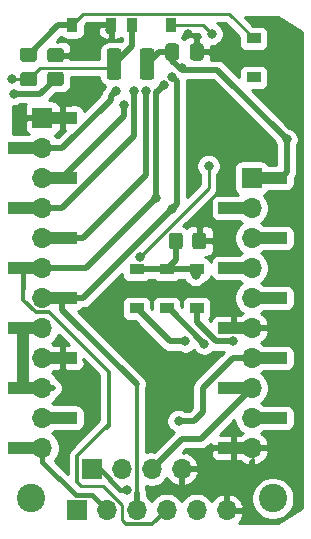
<source format=gbr>
%TF.GenerationSoftware,KiCad,Pcbnew,(5.1.10)-1*%
%TF.CreationDate,2022-01-07T18:41:24+01:00*%
%TF.ProjectId,M5StampC3,4d355374-616d-4704-9333-2e6b69636164,rev?*%
%TF.SameCoordinates,Original*%
%TF.FileFunction,Copper,L2,Bot*%
%TF.FilePolarity,Positive*%
%FSLAX46Y46*%
G04 Gerber Fmt 4.6, Leading zero omitted, Abs format (unit mm)*
G04 Created by KiCad (PCBNEW (5.1.10)-1) date 2022-01-07 18:41:24*
%MOMM*%
%LPD*%
G01*
G04 APERTURE LIST*
%TA.AperFunction,ComponentPad*%
%ADD10O,1.700000X1.700000*%
%TD*%
%TA.AperFunction,ComponentPad*%
%ADD11R,1.700000X1.700000*%
%TD*%
%TA.AperFunction,SMDPad,CuDef*%
%ADD12R,1.200000X0.900000*%
%TD*%
%TA.AperFunction,SMDPad,CuDef*%
%ADD13R,2.510000X1.000000*%
%TD*%
%TA.AperFunction,SMDPad,CuDef*%
%ADD14R,0.900000X1.200000*%
%TD*%
%TA.AperFunction,ViaPad*%
%ADD15C,2.400000*%
%TD*%
%TA.AperFunction,ViaPad*%
%ADD16C,0.800000*%
%TD*%
%TA.AperFunction,Conductor*%
%ADD17C,0.500000*%
%TD*%
%TA.AperFunction,Conductor*%
%ADD18C,1.000000*%
%TD*%
%TA.AperFunction,Conductor*%
%ADD19C,0.250000*%
%TD*%
%TA.AperFunction,Conductor*%
%ADD20C,0.400000*%
%TD*%
%TA.AperFunction,Conductor*%
%ADD21C,0.300000*%
%TD*%
%TA.AperFunction,Conductor*%
%ADD22C,0.254000*%
%TD*%
%TA.AperFunction,Conductor*%
%ADD23C,0.100000*%
%TD*%
G04 APERTURE END LIST*
D10*
%TO.P,J6,10*%
%TO.N,GND*%
X134200000Y-78232000D03*
%TO.P,J6,9*%
%TO.N,+5V*%
X134200000Y-75692000D03*
%TO.P,J6,8*%
%TO.N,/D+*%
X134200000Y-73152000D03*
%TO.P,J6,7*%
%TO.N,/D-*%
X134200000Y-70612000D03*
%TO.P,J6,6*%
%TO.N,GND*%
X134200000Y-68072000D03*
%TO.P,J6,5*%
%TO.N,/G9*%
X134200000Y-65532000D03*
%TO.P,J6,4*%
%TO.N,/EN*%
X134200000Y-62992000D03*
%TO.P,J6,3*%
%TO.N,/G20*%
X134200000Y-60452000D03*
%TO.P,J6,2*%
%TO.N,/G21*%
X134200000Y-57912000D03*
D11*
%TO.P,J6,1*%
%TO.N,+3.3VP*%
X134200000Y-55372000D03*
%TD*%
D10*
%TO.P,J5,12*%
%TO.N,/G0*%
X116500000Y-78232000D03*
%TO.P,J5,11*%
%TO.N,/G1*%
X116500000Y-75692000D03*
%TO.P,J5,10*%
%TO.N,+5V*%
X116500000Y-73152000D03*
%TO.P,J5,9*%
%TO.N,GND*%
X116500000Y-70612000D03*
%TO.P,J5,8*%
%TO.N,+5V*%
X116500000Y-68072000D03*
%TO.P,J5,7*%
%TO.N,/EPD_MOSI*%
X116500000Y-65532000D03*
%TO.P,J5,6*%
%TO.N,/EPD_CLK*%
X116500000Y-62992000D03*
%TO.P,J5,5*%
%TO.N,/EPD_CS*%
X116500000Y-60452000D03*
%TO.P,J5,4*%
%TO.N,/EPD_DC*%
X116500000Y-57912000D03*
%TO.P,J5,3*%
%TO.N,/EPD_RST*%
X116500000Y-55372000D03*
%TO.P,J5,2*%
%TO.N,/EPD_BUSY*%
X116500000Y-52832000D03*
D11*
%TO.P,J5,1*%
%TO.N,GND*%
X116500000Y-50292000D03*
%TD*%
%TO.P,R5,2*%
%TO.N,GND*%
%TA.AperFunction,SMDPad,CuDef*%
G36*
G01*
X129178000Y-61156001D02*
X129178000Y-60255999D01*
G75*
G02*
X129427999Y-60006000I249999J0D01*
G01*
X130128001Y-60006000D01*
G75*
G02*
X130378000Y-60255999I0J-249999D01*
G01*
X130378000Y-61156001D01*
G75*
G02*
X130128001Y-61406000I-249999J0D01*
G01*
X129427999Y-61406000D01*
G75*
G02*
X129178000Y-61156001I0J249999D01*
G01*
G37*
%TD.AperFunction*%
%TO.P,R5,1*%
%TO.N,/D-*%
%TA.AperFunction,SMDPad,CuDef*%
G36*
G01*
X127178000Y-61156001D02*
X127178000Y-60255999D01*
G75*
G02*
X127427999Y-60006000I249999J0D01*
G01*
X128128001Y-60006000D01*
G75*
G02*
X128378000Y-60255999I0J-249999D01*
G01*
X128378000Y-61156001D01*
G75*
G02*
X128128001Y-61406000I-249999J0D01*
G01*
X127427999Y-61406000D01*
G75*
G02*
X127178000Y-61156001I0J249999D01*
G01*
G37*
%TD.AperFunction*%
%TD*%
D12*
%TO.P,D8,2*%
%TO.N,Net-(D8-Pad2)*%
X124460000Y-66420000D03*
%TO.P,D8,1*%
%TO.N,/D-*%
X124460000Y-63120000D03*
%TD*%
%TO.P,D7,2*%
%TO.N,Net-(D7-Pad2)*%
X127000000Y-66420000D03*
%TO.P,D7,1*%
%TO.N,/D-*%
X127000000Y-63120000D03*
%TD*%
%TO.P,D6,2*%
%TO.N,Net-(D6-Pad2)*%
X129540000Y-66420000D03*
%TO.P,D6,1*%
%TO.N,/D-*%
X129540000Y-63120000D03*
%TD*%
D10*
%TO.P,J4,4*%
%TO.N,GND*%
X128270000Y-80010000D03*
%TO.P,J4,3*%
%TO.N,/D+*%
X125730000Y-80010000D03*
%TO.P,J4,2*%
%TO.N,/D-*%
X123190000Y-80010000D03*
D11*
%TO.P,J4,1*%
%TO.N,+5V*%
X120650000Y-80010000D03*
%TD*%
D10*
%TO.P,J3,6*%
%TO.N,GND*%
X132080000Y-83500000D03*
%TO.P,J3,5*%
%TO.N,/G1*%
X129540000Y-83500000D03*
%TO.P,J3,4*%
%TO.N,/EPD_CLK*%
X127000000Y-83500000D03*
%TO.P,J3,3*%
%TO.N,/EPD_MOSI*%
X124460000Y-83500000D03*
%TO.P,J3,2*%
%TO.N,/G0*%
X121920000Y-83500000D03*
D11*
%TO.P,J3,1*%
%TO.N,+3.3VA*%
X119380000Y-83500000D03*
%TD*%
D13*
%TO.P,J2,10*%
%TO.N,GND*%
X132635000Y-78232000D03*
%TO.P,J2,8*%
%TO.N,/D+*%
X132635000Y-73152000D03*
%TO.P,J2,6*%
%TO.N,GND*%
X132635000Y-68072000D03*
%TO.P,J2,4*%
%TO.N,/EN*%
X132635000Y-62992000D03*
%TO.P,J2,2*%
%TO.N,/G21*%
X132635000Y-57912000D03*
%TO.P,J2,9*%
%TO.N,+5V*%
X135945000Y-75692000D03*
%TO.P,J2,7*%
%TO.N,/D-*%
X135945000Y-70612000D03*
%TO.P,J2,5*%
%TO.N,/G9*%
X135945000Y-65532000D03*
%TO.P,J2,3*%
%TO.N,/G20*%
X135945000Y-60452000D03*
%TO.P,J2,1*%
%TO.N,+3.3VP*%
X135945000Y-55372000D03*
%TD*%
%TO.P,J1,12*%
%TO.N,/G0*%
X114855000Y-78228000D03*
%TO.P,J1,10*%
%TO.N,+5V*%
X114855000Y-73148000D03*
%TO.P,J1,8*%
X114855000Y-68068000D03*
%TO.P,J1,6*%
%TO.N,/EPD_CLK*%
X114855000Y-62988000D03*
%TO.P,J1,4*%
%TO.N,/EPD_DC*%
X114855000Y-57908000D03*
%TO.P,J1,2*%
%TO.N,/EPD_BUSY*%
X114855000Y-52828000D03*
%TO.P,J1,11*%
%TO.N,/G1*%
X118165000Y-75688000D03*
%TO.P,J1,9*%
%TO.N,GND*%
X118165000Y-70608000D03*
%TO.P,J1,7*%
%TO.N,/EPD_MOSI*%
X118165000Y-65528000D03*
%TO.P,J1,5*%
%TO.N,/EPD_CS*%
X118165000Y-60448000D03*
%TO.P,J1,3*%
%TO.N,/EPD_RST*%
X118165000Y-55368000D03*
%TO.P,J1,1*%
%TO.N,GND*%
X118165000Y-50288000D03*
%TD*%
%TO.P,L1,2*%
%TO.N,+3.3VP*%
%TA.AperFunction,SMDPad,CuDef*%
G36*
G01*
X124727000Y-46795000D02*
X124727000Y-44645000D01*
G75*
G02*
X124977000Y-44395000I250000J0D01*
G01*
X125727000Y-44395000D01*
G75*
G02*
X125977000Y-44645000I0J-250000D01*
G01*
X125977000Y-46795000D01*
G75*
G02*
X125727000Y-47045000I-250000J0D01*
G01*
X124977000Y-47045000D01*
G75*
G02*
X124727000Y-46795000I0J250000D01*
G01*
G37*
%TD.AperFunction*%
%TO.P,L1,1*%
%TO.N,Net-(C10-Pad1)*%
%TA.AperFunction,SMDPad,CuDef*%
G36*
G01*
X121927000Y-46795000D02*
X121927000Y-44645000D01*
G75*
G02*
X122177000Y-44395000I250000J0D01*
G01*
X122927000Y-44395000D01*
G75*
G02*
X123177000Y-44645000I0J-250000D01*
G01*
X123177000Y-46795000D01*
G75*
G02*
X122927000Y-47045000I-250000J0D01*
G01*
X122177000Y-47045000D01*
G75*
G02*
X121927000Y-46795000I0J250000D01*
G01*
G37*
%TD.AperFunction*%
%TD*%
%TO.P,R2,2*%
%TO.N,GND*%
%TA.AperFunction,SMDPad,CuDef*%
G36*
G01*
X118052001Y-45574000D02*
X117151999Y-45574000D01*
G75*
G02*
X116902000Y-45324001I0J249999D01*
G01*
X116902000Y-44623999D01*
G75*
G02*
X117151999Y-44374000I249999J0D01*
G01*
X118052001Y-44374000D01*
G75*
G02*
X118302000Y-44623999I0J-249999D01*
G01*
X118302000Y-45324001D01*
G75*
G02*
X118052001Y-45574000I-249999J0D01*
G01*
G37*
%TD.AperFunction*%
%TO.P,R2,1*%
%TO.N,Net-(Q1-Pad2)*%
%TA.AperFunction,SMDPad,CuDef*%
G36*
G01*
X118052001Y-47574000D02*
X117151999Y-47574000D01*
G75*
G02*
X116902000Y-47324001I0J249999D01*
G01*
X116902000Y-46623999D01*
G75*
G02*
X117151999Y-46374000I249999J0D01*
G01*
X118052001Y-46374000D01*
G75*
G02*
X118302000Y-46623999I0J-249999D01*
G01*
X118302000Y-47324001D01*
G75*
G02*
X118052001Y-47574000I-249999J0D01*
G01*
G37*
%TD.AperFunction*%
%TD*%
D14*
%TO.P,D1,2*%
%TO.N,Net-(C10-Pad1)*%
X124080000Y-42418000D03*
%TO.P,D1,1*%
%TO.N,Net-(C4-Pad2)*%
X127380000Y-42418000D03*
%TD*%
D12*
%TO.P,D2,2*%
%TO.N,Net-(C2-Pad2)*%
X134366000Y-46862000D03*
%TO.P,D2,1*%
%TO.N,Net-(C10-Pad2)*%
X134366000Y-43562000D03*
%TD*%
D14*
%TO.P,D3,2*%
%TO.N,Net-(C10-Pad2)*%
X119000000Y-42418000D03*
%TO.P,D3,1*%
%TO.N,GND*%
X122300000Y-42418000D03*
%TD*%
%TO.P,C12,2*%
%TO.N,+3.3VP*%
%TA.AperFunction,SMDPad,CuDef*%
G36*
G01*
X128074000Y-44229000D02*
X128074000Y-45179000D01*
G75*
G02*
X127824000Y-45429000I-250000J0D01*
G01*
X127149000Y-45429000D01*
G75*
G02*
X126899000Y-45179000I0J250000D01*
G01*
X126899000Y-44229000D01*
G75*
G02*
X127149000Y-43979000I250000J0D01*
G01*
X127824000Y-43979000D01*
G75*
G02*
X128074000Y-44229000I0J-250000D01*
G01*
G37*
%TD.AperFunction*%
%TO.P,C12,1*%
%TO.N,GND*%
%TA.AperFunction,SMDPad,CuDef*%
G36*
G01*
X130149000Y-44229000D02*
X130149000Y-45179000D01*
G75*
G02*
X129899000Y-45429000I-250000J0D01*
G01*
X129224000Y-45429000D01*
G75*
G02*
X128974000Y-45179000I0J250000D01*
G01*
X128974000Y-44229000D01*
G75*
G02*
X129224000Y-43979000I250000J0D01*
G01*
X129899000Y-43979000D01*
G75*
G02*
X130149000Y-44229000I0J-250000D01*
G01*
G37*
%TD.AperFunction*%
%TD*%
%TO.P,C10,2*%
%TO.N,Net-(C10-Pad2)*%
%TA.AperFunction,SMDPad,CuDef*%
G36*
G01*
X115791000Y-45524000D02*
X114841000Y-45524000D01*
G75*
G02*
X114591000Y-45274000I0J250000D01*
G01*
X114591000Y-44599000D01*
G75*
G02*
X114841000Y-44349000I250000J0D01*
G01*
X115791000Y-44349000D01*
G75*
G02*
X116041000Y-44599000I0J-250000D01*
G01*
X116041000Y-45274000D01*
G75*
G02*
X115791000Y-45524000I-250000J0D01*
G01*
G37*
%TD.AperFunction*%
%TO.P,C10,1*%
%TO.N,Net-(C10-Pad1)*%
%TA.AperFunction,SMDPad,CuDef*%
G36*
G01*
X115791000Y-47599000D02*
X114841000Y-47599000D01*
G75*
G02*
X114591000Y-47349000I0J250000D01*
G01*
X114591000Y-46674000D01*
G75*
G02*
X114841000Y-46424000I250000J0D01*
G01*
X115791000Y-46424000D01*
G75*
G02*
X116041000Y-46674000I0J-250000D01*
G01*
X116041000Y-47349000D01*
G75*
G02*
X115791000Y-47599000I-250000J0D01*
G01*
G37*
%TD.AperFunction*%
%TD*%
D15*
%TO.N,*%
X115500000Y-82500000D03*
X136000000Y-82500000D03*
D16*
%TO.N,GND*%
X117856000Y-44958000D03*
X118872000Y-77978000D03*
%TO.N,+5V*%
X123653618Y-81773206D03*
%TO.N,GND*%
X122230000Y-42870000D03*
X128778000Y-43180000D03*
X131064000Y-50038000D03*
X121666000Y-67310000D03*
X118872000Y-73914000D03*
X136398000Y-46990000D03*
X130048000Y-58420000D03*
%TO.N,+3.3VP*%
X128270000Y-46100000D03*
X137160000Y-52110000D03*
%TO.N,Net-(C2-Pad2)*%
X134366000Y-46862000D03*
%TO.N,Net-(C4-Pad2)*%
X130810000Y-43180000D03*
%TO.N,Net-(Q1-Pad2)*%
X114046000Y-48260000D03*
%TO.N,Net-(C10-Pad1)*%
X113929000Y-46990000D03*
%TO.N,/EPD_MOSI*%
X127469610Y-57978390D03*
X127467000Y-46790892D03*
%TO.N,/EPD_RST*%
X123407000Y-49163791D03*
%TO.N,/EPD_DC*%
X124237994Y-48046000D03*
%TO.N,/EPD_CS*%
X125237997Y-48046000D03*
%TO.N,/EPD_CLK*%
X126746000Y-47498000D03*
X126087998Y-57074004D03*
%TO.N,/EPD_BUSY*%
X122682000Y-48046000D03*
%TO.N,/G1*%
X130556000Y-54356000D03*
X124714000Y-62069998D03*
%TO.N,/D-*%
X128016000Y-75946000D03*
X129460956Y-63579044D03*
%TO.N,Net-(D6-Pad2)*%
X132600000Y-69214000D03*
%TO.N,Net-(D7-Pad2)*%
X130185957Y-69390041D03*
%TO.N,Net-(D8-Pad2)*%
X128600000Y-69214000D03*
%TD*%
D17*
%TO.N,+5V*%
X117344000Y-73148000D02*
X117348000Y-73152000D01*
X114855000Y-73148000D02*
X117344000Y-73148000D01*
D18*
X114855000Y-68068000D02*
X114855000Y-73148000D01*
D19*
X134200000Y-75692000D02*
X135945000Y-75692000D01*
X114859000Y-68072000D02*
X114855000Y-68068000D01*
X116500000Y-68072000D02*
X114859000Y-68072000D01*
D17*
X120650000Y-80010000D02*
X120904000Y-80010000D01*
D20*
X123103204Y-81773206D02*
X123653618Y-81773206D01*
X121339998Y-80010000D02*
X123103204Y-81773206D01*
X120650000Y-80010000D02*
X121339998Y-80010000D01*
D17*
%TO.N,+3.3VP*%
X131278000Y-46228000D02*
X137160000Y-52110000D01*
X135945000Y-55372000D02*
X136652000Y-55372000D01*
X136652000Y-55372000D02*
X137160000Y-54864000D01*
X137160000Y-54864000D02*
X137160000Y-52110000D01*
X128270000Y-46228000D02*
X131278000Y-46228000D01*
X126368000Y-44704000D02*
X125352000Y-45720000D01*
X127486500Y-44704000D02*
X126368000Y-44704000D01*
X127486500Y-45444500D02*
X128270000Y-46228000D01*
X127486500Y-44704000D02*
X127486500Y-45444500D01*
D19*
X134200000Y-55372000D02*
X135945000Y-55372000D01*
%TO.N,Net-(C4-Pad2)*%
X130048000Y-42418000D02*
X130810000Y-43180000D01*
X127380000Y-42418000D02*
X130048000Y-42418000D01*
%TO.N,Net-(C10-Pad2)*%
X132296999Y-41492999D02*
X134366000Y-43562000D01*
X119925001Y-41492999D02*
X132296999Y-41492999D01*
X119000000Y-42418000D02*
X119925001Y-41492999D01*
D17*
X117834500Y-42418000D02*
X119000000Y-42418000D01*
X115316000Y-44936500D02*
X117834500Y-42418000D01*
%TO.N,Net-(Q1-Pad2)*%
X116316000Y-48260000D02*
X114046000Y-48260000D01*
X117602000Y-46974000D02*
X116316000Y-48260000D01*
%TO.N,Net-(C10-Pad1)*%
X124080000Y-44192000D02*
X122552000Y-45720000D01*
X124080000Y-42418000D02*
X124080000Y-44192000D01*
D19*
X115294500Y-46990000D02*
X115316000Y-47011500D01*
X113929000Y-46990000D02*
X115294500Y-46990000D01*
X116278510Y-46048990D02*
X115316000Y-47011500D01*
X122223010Y-46048990D02*
X116278510Y-46048990D01*
X122552000Y-45720000D02*
X122223010Y-46048990D01*
D17*
%TO.N,/EPD_MOSI*%
X119920000Y-65528000D02*
X127469610Y-57978390D01*
X118165000Y-65528000D02*
X119920000Y-65528000D01*
X118165000Y-66528000D02*
X124460000Y-72823000D01*
X118165000Y-65528000D02*
X118165000Y-66528000D01*
D21*
X124460000Y-72823000D02*
X124460000Y-82042000D01*
D17*
X124460000Y-82042000D02*
X124460000Y-83820000D01*
X124460000Y-82042000D02*
X124460000Y-82296000D01*
D19*
X118161000Y-65532000D02*
X118165000Y-65528000D01*
X116500000Y-65532000D02*
X118161000Y-65532000D01*
D17*
X127866999Y-57581001D02*
X127469610Y-57978390D01*
X127866999Y-47190891D02*
X127866999Y-57581001D01*
X127467000Y-46790892D02*
X127866999Y-47190891D01*
%TO.N,/EPD_RST*%
X123407000Y-50126000D02*
X123407000Y-49163791D01*
X118165000Y-55368000D02*
X123407000Y-50126000D01*
D19*
X118161000Y-55372000D02*
X118165000Y-55368000D01*
X116500000Y-55372000D02*
X118161000Y-55372000D01*
D17*
%TO.N,/EPD_DC*%
X118190002Y-57908000D02*
X115079010Y-57908000D01*
X124257001Y-51841001D02*
X118190002Y-57908000D01*
X124257001Y-48755790D02*
X124257001Y-51841001D01*
X124237994Y-48736783D02*
X124257001Y-48755790D01*
X124237994Y-48046000D02*
X124237994Y-48736783D01*
D19*
X114859000Y-57912000D02*
X114855000Y-57908000D01*
X116500000Y-57912000D02*
X114859000Y-57912000D01*
D17*
%TO.N,/EPD_CS*%
X125237997Y-55130003D02*
X125237997Y-48046000D01*
X119920000Y-60448000D02*
X125237997Y-55130003D01*
X118165000Y-60448000D02*
X119920000Y-60448000D01*
D19*
X118161000Y-60452000D02*
X118165000Y-60448000D01*
X116500000Y-60452000D02*
X118161000Y-60452000D01*
D17*
%TO.N,/EPD_CLK*%
X120174002Y-62988000D02*
X115079010Y-62988000D01*
X126087998Y-57074004D02*
X120174002Y-62988000D01*
X126198000Y-48046000D02*
X126087998Y-48156002D01*
X126087998Y-48156002D02*
X126087998Y-57074004D01*
X126238000Y-48046000D02*
X126198000Y-48046000D01*
D20*
X114855000Y-64693002D02*
X114855000Y-62988000D01*
D17*
X126087998Y-48156002D02*
X126746000Y-47498000D01*
D19*
X116496000Y-62988000D02*
X116500000Y-62992000D01*
X114855000Y-62988000D02*
X116496000Y-62988000D01*
D21*
X114855000Y-65663002D02*
X114855000Y-64693002D01*
X115923999Y-66732001D02*
X114855000Y-65663002D01*
X117076001Y-66732001D02*
X115923999Y-66732001D01*
X122108999Y-76388999D02*
X122108999Y-71764999D01*
X121989999Y-76507999D02*
X122108999Y-76388999D01*
X122108999Y-71764999D02*
X117076001Y-66732001D01*
X127000000Y-83500000D02*
X125799999Y-84700001D01*
X121940999Y-76388999D02*
X119449999Y-78879999D01*
X122108999Y-76388999D02*
X121940999Y-76388999D01*
X124341999Y-84700001D02*
X123883999Y-84700001D01*
X119449999Y-78879999D02*
X119449999Y-81140001D01*
X125799999Y-84700001D02*
X124341999Y-84700001D01*
D19*
X123190000Y-84310002D02*
X123579999Y-84700001D01*
X123190000Y-83030998D02*
X123190000Y-84310002D01*
X121588003Y-81429001D02*
X123190000Y-83030998D01*
X119738999Y-81429001D02*
X121588003Y-81429001D01*
D21*
X123579999Y-84700001D02*
X124341999Y-84700001D01*
X119449999Y-81140001D02*
X119738999Y-81429001D01*
D19*
%TO.N,/EPD_BUSY*%
X122682000Y-47815000D02*
X122682000Y-48300000D01*
D17*
X118190002Y-52828000D02*
X115079010Y-52828000D01*
X122282001Y-48736001D02*
X118190002Y-52828000D01*
X122282001Y-48445999D02*
X122282001Y-48736001D01*
X122682000Y-48046000D02*
X122282001Y-48445999D01*
D19*
X116496000Y-52828000D02*
X116500000Y-52832000D01*
X114855000Y-52828000D02*
X116496000Y-52828000D01*
%TO.N,/G0*%
X114859000Y-78232000D02*
X114855000Y-78228000D01*
X116500000Y-78232000D02*
X114859000Y-78232000D01*
X116500000Y-78861766D02*
X116500000Y-78232000D01*
D20*
X120669999Y-82249999D02*
X121920000Y-83500000D01*
X119315918Y-82249999D02*
X120669999Y-82249999D01*
X116500000Y-79434081D02*
X119315918Y-82249999D01*
X116500000Y-78232000D02*
X116500000Y-79434081D01*
D17*
%TO.N,/G1*%
X118165000Y-75688000D02*
X116590000Y-75688000D01*
D19*
X118161000Y-75692000D02*
X118165000Y-75688000D01*
X116500000Y-75692000D02*
X118161000Y-75692000D01*
X130556000Y-56076315D02*
X130556000Y-54356000D01*
X130556000Y-56227998D02*
X130556000Y-54356000D01*
X124714000Y-62069998D02*
X130556000Y-56227998D01*
D17*
%TO.N,/D+*%
X132635000Y-73152000D02*
X132334000Y-73152000D01*
X132635000Y-73152000D02*
X134200000Y-73152000D01*
X125730000Y-80010000D02*
X128270000Y-77470000D01*
X129882000Y-77470000D02*
X134200000Y-73152000D01*
X128270000Y-77470000D02*
X129882000Y-77470000D01*
%TO.N,/D-*%
X124460000Y-63120000D02*
X129540000Y-63120000D01*
X127778000Y-62342000D02*
X127000000Y-63120000D01*
X127778000Y-60706000D02*
X127778000Y-62342000D01*
X135945000Y-70612000D02*
X134200000Y-70612000D01*
X132609998Y-70612000D02*
X134200000Y-70612000D01*
X130048000Y-73173998D02*
X132609998Y-70612000D01*
X130048000Y-75184000D02*
X130048000Y-73173998D01*
X129286000Y-75946000D02*
X130048000Y-75184000D01*
X128016000Y-75946000D02*
X129286000Y-75946000D01*
D19*
X129460956Y-63199044D02*
X129540000Y-63120000D01*
X129460956Y-63579044D02*
X129460956Y-63199044D01*
D17*
%TO.N,/G9*%
X135945000Y-65532000D02*
X136906000Y-65532000D01*
D19*
X134200000Y-65532000D02*
X135945000Y-65532000D01*
D17*
%TO.N,Net-(D6-Pad2)*%
X131211998Y-69214000D02*
X132600000Y-69214000D01*
X129540000Y-67542002D02*
X131211998Y-69214000D01*
X129540000Y-66420000D02*
X129540000Y-67542002D01*
%TO.N,Net-(D7-Pad2)*%
X127215916Y-66420000D02*
X130185957Y-69390041D01*
X127000000Y-66420000D02*
X127215916Y-66420000D01*
%TO.N,Net-(D8-Pad2)*%
X127254000Y-69214000D02*
X128600000Y-69214000D01*
X124460000Y-66420000D02*
X127254000Y-69214000D01*
D19*
%TO.N,/EN*%
X132635000Y-62992000D02*
X134200000Y-62992000D01*
%TO.N,/G21*%
X132635000Y-57912000D02*
X134200000Y-57912000D01*
%TO.N,/G20*%
X134200000Y-60452000D02*
X135945000Y-60452000D01*
%TD*%
D22*
%TO.N,GND*%
X138466001Y-42973996D02*
X138466000Y-83354031D01*
X136456949Y-84548000D01*
X133124967Y-84548000D01*
X133275178Y-84381355D01*
X133424157Y-84131252D01*
X133521481Y-83856891D01*
X133400814Y-83627000D01*
X132207000Y-83627000D01*
X132207000Y-83647000D01*
X131953000Y-83647000D01*
X131953000Y-83627000D01*
X131933000Y-83627000D01*
X131933000Y-83373000D01*
X131953000Y-83373000D01*
X131953000Y-82179845D01*
X132207000Y-82179845D01*
X132207000Y-83373000D01*
X133400814Y-83373000D01*
X133521481Y-83143109D01*
X133424157Y-82868748D01*
X133275178Y-82618645D01*
X133080269Y-82402412D01*
X132968800Y-82319268D01*
X134165000Y-82319268D01*
X134165000Y-82680732D01*
X134235518Y-83035250D01*
X134373844Y-83369199D01*
X134574662Y-83669744D01*
X134830256Y-83925338D01*
X135130801Y-84126156D01*
X135464750Y-84264482D01*
X135819268Y-84335000D01*
X136180732Y-84335000D01*
X136535250Y-84264482D01*
X136869199Y-84126156D01*
X137169744Y-83925338D01*
X137425338Y-83669744D01*
X137626156Y-83369199D01*
X137764482Y-83035250D01*
X137835000Y-82680732D01*
X137835000Y-82319268D01*
X137764482Y-81964750D01*
X137626156Y-81630801D01*
X137425338Y-81330256D01*
X137169744Y-81074662D01*
X136869199Y-80873844D01*
X136535250Y-80735518D01*
X136180732Y-80665000D01*
X135819268Y-80665000D01*
X135464750Y-80735518D01*
X135130801Y-80873844D01*
X134830256Y-81074662D01*
X134574662Y-81330256D01*
X134373844Y-81630801D01*
X134235518Y-81964750D01*
X134165000Y-82319268D01*
X132968800Y-82319268D01*
X132846920Y-82228359D01*
X132584099Y-82103175D01*
X132436890Y-82058524D01*
X132207000Y-82179845D01*
X131953000Y-82179845D01*
X131723110Y-82058524D01*
X131575901Y-82103175D01*
X131313080Y-82228359D01*
X131079731Y-82402412D01*
X130884822Y-82618645D01*
X130815195Y-82735534D01*
X130693475Y-82553368D01*
X130486632Y-82346525D01*
X130243411Y-82184010D01*
X129973158Y-82072068D01*
X129686260Y-82015000D01*
X129393740Y-82015000D01*
X129106842Y-82072068D01*
X128836589Y-82184010D01*
X128593368Y-82346525D01*
X128386525Y-82553368D01*
X128270000Y-82727760D01*
X128153475Y-82553368D01*
X127946632Y-82346525D01*
X127703411Y-82184010D01*
X127433158Y-82072068D01*
X127146260Y-82015000D01*
X126853740Y-82015000D01*
X126566842Y-82072068D01*
X126296589Y-82184010D01*
X126053368Y-82346525D01*
X125846525Y-82553368D01*
X125730000Y-82727760D01*
X125613475Y-82553368D01*
X125406632Y-82346525D01*
X125345000Y-82305344D01*
X125345000Y-81998523D01*
X125332195Y-81868510D01*
X125281589Y-81701687D01*
X125245000Y-81633233D01*
X125245000Y-81416458D01*
X125296842Y-81437932D01*
X125583740Y-81495000D01*
X125876260Y-81495000D01*
X126163158Y-81437932D01*
X126433411Y-81325990D01*
X126676632Y-81163475D01*
X126883475Y-80956632D01*
X127005195Y-80774466D01*
X127074822Y-80891355D01*
X127269731Y-81107588D01*
X127503080Y-81281641D01*
X127765901Y-81406825D01*
X127913110Y-81451476D01*
X128143000Y-81330155D01*
X128143000Y-80137000D01*
X128397000Y-80137000D01*
X128397000Y-81330155D01*
X128626890Y-81451476D01*
X128774099Y-81406825D01*
X129036920Y-81281641D01*
X129270269Y-81107588D01*
X129465178Y-80891355D01*
X129614157Y-80641252D01*
X129711481Y-80366891D01*
X129590814Y-80137000D01*
X128397000Y-80137000D01*
X128143000Y-80137000D01*
X128123000Y-80137000D01*
X128123000Y-79883000D01*
X128143000Y-79883000D01*
X128143000Y-79863000D01*
X128397000Y-79863000D01*
X128397000Y-79883000D01*
X129590814Y-79883000D01*
X129711481Y-79653109D01*
X129614157Y-79378748D01*
X129465178Y-79128645D01*
X129270269Y-78912412D01*
X129036920Y-78738359D01*
X129023570Y-78732000D01*
X130741928Y-78732000D01*
X130754188Y-78856482D01*
X130790498Y-78976180D01*
X130849463Y-79086494D01*
X130928815Y-79183185D01*
X131025506Y-79262537D01*
X131135820Y-79321502D01*
X131255518Y-79357812D01*
X131380000Y-79370072D01*
X132349250Y-79367000D01*
X132508000Y-79208250D01*
X132508000Y-78588890D01*
X132758524Y-78588890D01*
X132762000Y-78600350D01*
X132762000Y-79208250D01*
X132920750Y-79367000D01*
X133253052Y-79368053D01*
X133318645Y-79427178D01*
X133568748Y-79576157D01*
X133843109Y-79673481D01*
X134073000Y-79552814D01*
X134073000Y-79340061D01*
X134134180Y-79321502D01*
X134244494Y-79262537D01*
X134327000Y-79194826D01*
X134327000Y-79552814D01*
X134556891Y-79673481D01*
X134831252Y-79576157D01*
X135081355Y-79427178D01*
X135297588Y-79232269D01*
X135471641Y-78998920D01*
X135596825Y-78736099D01*
X135641476Y-78588890D01*
X135520155Y-78359000D01*
X132762000Y-78359000D01*
X132762000Y-78582303D01*
X132758524Y-78588890D01*
X132508000Y-78588890D01*
X132508000Y-78359000D01*
X130903750Y-78359000D01*
X130745000Y-78517750D01*
X130741928Y-78732000D01*
X129023570Y-78732000D01*
X128774099Y-78613175D01*
X128626890Y-78568524D01*
X128397002Y-78689844D01*
X128397002Y-78594577D01*
X128636579Y-78355000D01*
X129838531Y-78355000D01*
X129882000Y-78359281D01*
X129925469Y-78355000D01*
X129925477Y-78355000D01*
X130055490Y-78342195D01*
X130222313Y-78291589D01*
X130376059Y-78209411D01*
X130510817Y-78098817D01*
X130538534Y-78065044D01*
X130743761Y-77859817D01*
X130745000Y-77946250D01*
X130903750Y-78105000D01*
X132508000Y-78105000D01*
X132508000Y-77255750D01*
X132349250Y-77097000D01*
X131509241Y-77094338D01*
X132723348Y-75880230D01*
X132772068Y-76125158D01*
X132884010Y-76395411D01*
X133046525Y-76638632D01*
X133253368Y-76845475D01*
X133435534Y-76967195D01*
X133318645Y-77036822D01*
X133253052Y-77095947D01*
X132920750Y-77097000D01*
X132762000Y-77255750D01*
X132762000Y-77863650D01*
X132758524Y-77875110D01*
X132762000Y-77881697D01*
X132762000Y-78105000D01*
X135520155Y-78105000D01*
X135641476Y-77875110D01*
X135596825Y-77727901D01*
X135471641Y-77465080D01*
X135297588Y-77231731D01*
X135081355Y-77036822D01*
X134964466Y-76967195D01*
X135146632Y-76845475D01*
X135162035Y-76830072D01*
X137200000Y-76830072D01*
X137324482Y-76817812D01*
X137444180Y-76781502D01*
X137554494Y-76722537D01*
X137651185Y-76643185D01*
X137730537Y-76546494D01*
X137789502Y-76436180D01*
X137825812Y-76316482D01*
X137838072Y-76192000D01*
X137838072Y-75192000D01*
X137825812Y-75067518D01*
X137789502Y-74947820D01*
X137730537Y-74837506D01*
X137651185Y-74740815D01*
X137554494Y-74661463D01*
X137444180Y-74602498D01*
X137324482Y-74566188D01*
X137200000Y-74553928D01*
X135162035Y-74553928D01*
X135146632Y-74538525D01*
X134972240Y-74422000D01*
X135146632Y-74305475D01*
X135353475Y-74098632D01*
X135515990Y-73855411D01*
X135627932Y-73585158D01*
X135685000Y-73298260D01*
X135685000Y-73005740D01*
X135627932Y-72718842D01*
X135515990Y-72448589D01*
X135353475Y-72205368D01*
X135146632Y-71998525D01*
X134972240Y-71882000D01*
X135146632Y-71765475D01*
X135162035Y-71750072D01*
X137200000Y-71750072D01*
X137324482Y-71737812D01*
X137444180Y-71701502D01*
X137554494Y-71642537D01*
X137651185Y-71563185D01*
X137730537Y-71466494D01*
X137789502Y-71356180D01*
X137825812Y-71236482D01*
X137838072Y-71112000D01*
X137838072Y-70112000D01*
X137825812Y-69987518D01*
X137789502Y-69867820D01*
X137730537Y-69757506D01*
X137651185Y-69660815D01*
X137554494Y-69581463D01*
X137444180Y-69522498D01*
X137324482Y-69486188D01*
X137200000Y-69473928D01*
X135162035Y-69473928D01*
X135146632Y-69458525D01*
X134964466Y-69336805D01*
X135081355Y-69267178D01*
X135297588Y-69072269D01*
X135471641Y-68838920D01*
X135596825Y-68576099D01*
X135641476Y-68428890D01*
X135520155Y-68199000D01*
X132802487Y-68199000D01*
X132701939Y-68179000D01*
X132498061Y-68179000D01*
X132488000Y-68181001D01*
X132488000Y-67945000D01*
X132508000Y-67945000D01*
X132508000Y-67095750D01*
X132349250Y-66937000D01*
X131380000Y-66933928D01*
X131255518Y-66946188D01*
X131135820Y-66982498D01*
X131025506Y-67041463D01*
X130928815Y-67120815D01*
X130849463Y-67217506D01*
X130790498Y-67327820D01*
X130754188Y-67447518D01*
X130749069Y-67499493D01*
X130579967Y-67330391D01*
X130591185Y-67321185D01*
X130670537Y-67224494D01*
X130729502Y-67114180D01*
X130765812Y-66994482D01*
X130778072Y-66870000D01*
X130778072Y-65970000D01*
X130765812Y-65845518D01*
X130729502Y-65725820D01*
X130670537Y-65615506D01*
X130591185Y-65518815D01*
X130494494Y-65439463D01*
X130384180Y-65380498D01*
X130264482Y-65344188D01*
X130140000Y-65331928D01*
X128940000Y-65331928D01*
X128815518Y-65344188D01*
X128695820Y-65380498D01*
X128585506Y-65439463D01*
X128488815Y-65518815D01*
X128409463Y-65615506D01*
X128350498Y-65725820D01*
X128314188Y-65845518D01*
X128301928Y-65970000D01*
X128301928Y-66254434D01*
X128238072Y-66190578D01*
X128238072Y-65970000D01*
X128225812Y-65845518D01*
X128189502Y-65725820D01*
X128130537Y-65615506D01*
X128051185Y-65518815D01*
X127954494Y-65439463D01*
X127844180Y-65380498D01*
X127724482Y-65344188D01*
X127600000Y-65331928D01*
X126400000Y-65331928D01*
X126275518Y-65344188D01*
X126155820Y-65380498D01*
X126045506Y-65439463D01*
X125948815Y-65518815D01*
X125869463Y-65615506D01*
X125810498Y-65725820D01*
X125774188Y-65845518D01*
X125761928Y-65970000D01*
X125761928Y-66470350D01*
X125698072Y-66406494D01*
X125698072Y-65970000D01*
X125685812Y-65845518D01*
X125649502Y-65725820D01*
X125590537Y-65615506D01*
X125511185Y-65518815D01*
X125414494Y-65439463D01*
X125304180Y-65380498D01*
X125184482Y-65344188D01*
X125060000Y-65331928D01*
X123860000Y-65331928D01*
X123735518Y-65344188D01*
X123615820Y-65380498D01*
X123505506Y-65439463D01*
X123408815Y-65518815D01*
X123329463Y-65615506D01*
X123270498Y-65725820D01*
X123234188Y-65845518D01*
X123221928Y-65970000D01*
X123221928Y-66870000D01*
X123234188Y-66994482D01*
X123270498Y-67114180D01*
X123329463Y-67224494D01*
X123408815Y-67321185D01*
X123505506Y-67400537D01*
X123615820Y-67459502D01*
X123735518Y-67495812D01*
X123860000Y-67508072D01*
X124296494Y-67508072D01*
X126597470Y-69809049D01*
X126625183Y-69842817D01*
X126658951Y-69870530D01*
X126658953Y-69870532D01*
X126759941Y-69953411D01*
X126913686Y-70035589D01*
X127080507Y-70086194D01*
X127080510Y-70086195D01*
X127210523Y-70099000D01*
X127210531Y-70099000D01*
X127254000Y-70103281D01*
X127297469Y-70099000D01*
X128061546Y-70099000D01*
X128109744Y-70131205D01*
X128298102Y-70209226D01*
X128498061Y-70249000D01*
X128701939Y-70249000D01*
X128901898Y-70209226D01*
X129090256Y-70131205D01*
X129259774Y-70017937D01*
X129320287Y-69957424D01*
X129382020Y-70049815D01*
X129526183Y-70193978D01*
X129695701Y-70307246D01*
X129884059Y-70385267D01*
X130084018Y-70425041D01*
X130287896Y-70425041D01*
X130487855Y-70385267D01*
X130676213Y-70307246D01*
X130845731Y-70193978D01*
X130973296Y-70066413D01*
X131038508Y-70086195D01*
X131168521Y-70099000D01*
X131168531Y-70099000D01*
X131211997Y-70103281D01*
X131255463Y-70099000D01*
X131871419Y-70099000D01*
X129452951Y-72517469D01*
X129419184Y-72545181D01*
X129391471Y-72578949D01*
X129391468Y-72578952D01*
X129308590Y-72679939D01*
X129226412Y-72833685D01*
X129175805Y-73000508D01*
X129158719Y-73173998D01*
X129163001Y-73217477D01*
X129163000Y-74817421D01*
X128919422Y-75061000D01*
X128554454Y-75061000D01*
X128506256Y-75028795D01*
X128317898Y-74950774D01*
X128117939Y-74911000D01*
X127914061Y-74911000D01*
X127714102Y-74950774D01*
X127525744Y-75028795D01*
X127356226Y-75142063D01*
X127212063Y-75286226D01*
X127098795Y-75455744D01*
X127020774Y-75644102D01*
X126981000Y-75844061D01*
X126981000Y-76047939D01*
X127020774Y-76247898D01*
X127098795Y-76436256D01*
X127212063Y-76605774D01*
X127356226Y-76749937D01*
X127525744Y-76863205D01*
X127596081Y-76892340D01*
X125948961Y-78539461D01*
X125876260Y-78525000D01*
X125583740Y-78525000D01*
X125296842Y-78582068D01*
X125245000Y-78603542D01*
X125245000Y-73231765D01*
X125281588Y-73163313D01*
X125332194Y-72996489D01*
X125349281Y-72822999D01*
X125332194Y-72649509D01*
X125281588Y-72482686D01*
X125199410Y-72328940D01*
X125116532Y-72227953D01*
X119542578Y-66654000D01*
X119544482Y-66653812D01*
X119664180Y-66617502D01*
X119774494Y-66558537D01*
X119871185Y-66479185D01*
X119922163Y-66417068D01*
X119963469Y-66413000D01*
X119963477Y-66413000D01*
X120093490Y-66400195D01*
X120260313Y-66349589D01*
X120414059Y-66267411D01*
X120548817Y-66156817D01*
X120576534Y-66123044D01*
X123221928Y-63477650D01*
X123221928Y-63570000D01*
X123234188Y-63694482D01*
X123270498Y-63814180D01*
X123329463Y-63924494D01*
X123408815Y-64021185D01*
X123505506Y-64100537D01*
X123615820Y-64159502D01*
X123735518Y-64195812D01*
X123860000Y-64208072D01*
X125060000Y-64208072D01*
X125184482Y-64195812D01*
X125304180Y-64159502D01*
X125414494Y-64100537D01*
X125511185Y-64021185D01*
X125524468Y-64005000D01*
X125935532Y-64005000D01*
X125948815Y-64021185D01*
X126045506Y-64100537D01*
X126155820Y-64159502D01*
X126275518Y-64195812D01*
X126400000Y-64208072D01*
X127600000Y-64208072D01*
X127724482Y-64195812D01*
X127844180Y-64159502D01*
X127954494Y-64100537D01*
X128051185Y-64021185D01*
X128064468Y-64005000D01*
X128475532Y-64005000D01*
X128488815Y-64021185D01*
X128541849Y-64064709D01*
X128543751Y-64069300D01*
X128657019Y-64238818D01*
X128801182Y-64382981D01*
X128970700Y-64496249D01*
X129159058Y-64574270D01*
X129359017Y-64614044D01*
X129562895Y-64614044D01*
X129762854Y-64574270D01*
X129951212Y-64496249D01*
X130120730Y-64382981D01*
X130264893Y-64238818D01*
X130301038Y-64184723D01*
X130384180Y-64159502D01*
X130494494Y-64100537D01*
X130591185Y-64021185D01*
X130670537Y-63924494D01*
X130729502Y-63814180D01*
X130765812Y-63694482D01*
X130768762Y-63664527D01*
X130790498Y-63736180D01*
X130849463Y-63846494D01*
X130928815Y-63943185D01*
X131025506Y-64022537D01*
X131135820Y-64081502D01*
X131255518Y-64117812D01*
X131380000Y-64130072D01*
X133237965Y-64130072D01*
X133253368Y-64145475D01*
X133427760Y-64262000D01*
X133253368Y-64378525D01*
X133046525Y-64585368D01*
X132884010Y-64828589D01*
X132772068Y-65098842D01*
X132715000Y-65385740D01*
X132715000Y-65678260D01*
X132772068Y-65965158D01*
X132884010Y-66235411D01*
X133046525Y-66478632D01*
X133253368Y-66685475D01*
X133435534Y-66807195D01*
X133318645Y-66876822D01*
X133253052Y-66935947D01*
X132920750Y-66937000D01*
X132762000Y-67095750D01*
X132762000Y-67703650D01*
X132758524Y-67715110D01*
X132762000Y-67721697D01*
X132762000Y-67945000D01*
X135520155Y-67945000D01*
X135641476Y-67715110D01*
X135596825Y-67567901D01*
X135471641Y-67305080D01*
X135297588Y-67071731D01*
X135081355Y-66876822D01*
X134964466Y-66807195D01*
X135146632Y-66685475D01*
X135162035Y-66670072D01*
X137200000Y-66670072D01*
X137324482Y-66657812D01*
X137444180Y-66621502D01*
X137554494Y-66562537D01*
X137651185Y-66483185D01*
X137730537Y-66386494D01*
X137789502Y-66276180D01*
X137825812Y-66156482D01*
X137838072Y-66032000D01*
X137838072Y-65032000D01*
X137825812Y-64907518D01*
X137789502Y-64787820D01*
X137730537Y-64677506D01*
X137651185Y-64580815D01*
X137554494Y-64501463D01*
X137444180Y-64442498D01*
X137324482Y-64406188D01*
X137200000Y-64393928D01*
X135162035Y-64393928D01*
X135146632Y-64378525D01*
X134972240Y-64262000D01*
X135146632Y-64145475D01*
X135353475Y-63938632D01*
X135515990Y-63695411D01*
X135627932Y-63425158D01*
X135685000Y-63138260D01*
X135685000Y-62845740D01*
X135627932Y-62558842D01*
X135515990Y-62288589D01*
X135353475Y-62045368D01*
X135146632Y-61838525D01*
X134972240Y-61722000D01*
X135146632Y-61605475D01*
X135162035Y-61590072D01*
X137200000Y-61590072D01*
X137324482Y-61577812D01*
X137444180Y-61541502D01*
X137554494Y-61482537D01*
X137651185Y-61403185D01*
X137730537Y-61306494D01*
X137789502Y-61196180D01*
X137825812Y-61076482D01*
X137838072Y-60952000D01*
X137838072Y-59952000D01*
X137825812Y-59827518D01*
X137789502Y-59707820D01*
X137730537Y-59597506D01*
X137651185Y-59500815D01*
X137554494Y-59421463D01*
X137444180Y-59362498D01*
X137324482Y-59326188D01*
X137200000Y-59313928D01*
X135162035Y-59313928D01*
X135146632Y-59298525D01*
X134972240Y-59182000D01*
X135146632Y-59065475D01*
X135353475Y-58858632D01*
X135515990Y-58615411D01*
X135627932Y-58345158D01*
X135685000Y-58058260D01*
X135685000Y-57765740D01*
X135627932Y-57478842D01*
X135515990Y-57208589D01*
X135353475Y-56965368D01*
X135221620Y-56833513D01*
X135294180Y-56811502D01*
X135404494Y-56752537D01*
X135501185Y-56673185D01*
X135580537Y-56576494D01*
X135616041Y-56510072D01*
X137200000Y-56510072D01*
X137324482Y-56497812D01*
X137444180Y-56461502D01*
X137554494Y-56402537D01*
X137651185Y-56323185D01*
X137730537Y-56226494D01*
X137789502Y-56116180D01*
X137825812Y-55996482D01*
X137838072Y-55872000D01*
X137838072Y-55432800D01*
X137899411Y-55358059D01*
X137981589Y-55204313D01*
X138032195Y-55037490D01*
X138045000Y-54907477D01*
X138045000Y-54907467D01*
X138049281Y-54864001D01*
X138045000Y-54820535D01*
X138045000Y-52648454D01*
X138077205Y-52600256D01*
X138155226Y-52411898D01*
X138195000Y-52211939D01*
X138195000Y-52008061D01*
X138155226Y-51808102D01*
X138077205Y-51619744D01*
X137963937Y-51450226D01*
X137819774Y-51306063D01*
X137650256Y-51192795D01*
X137461898Y-51114774D01*
X137405044Y-51103465D01*
X134251650Y-47950072D01*
X134966000Y-47950072D01*
X135090482Y-47937812D01*
X135210180Y-47901502D01*
X135320494Y-47842537D01*
X135417185Y-47763185D01*
X135496537Y-47666494D01*
X135555502Y-47556180D01*
X135591812Y-47436482D01*
X135604072Y-47312000D01*
X135604072Y-46412000D01*
X135591812Y-46287518D01*
X135555502Y-46167820D01*
X135496537Y-46057506D01*
X135417185Y-45960815D01*
X135320494Y-45881463D01*
X135210180Y-45822498D01*
X135090482Y-45786188D01*
X134966000Y-45773928D01*
X133766000Y-45773928D01*
X133641518Y-45786188D01*
X133521820Y-45822498D01*
X133411506Y-45881463D01*
X133314815Y-45960815D01*
X133235463Y-46057506D01*
X133176498Y-46167820D01*
X133140188Y-46287518D01*
X133127928Y-46412000D01*
X133127928Y-46826350D01*
X131934534Y-45632956D01*
X131906817Y-45599183D01*
X131772059Y-45488589D01*
X131618313Y-45406411D01*
X131451490Y-45355805D01*
X131321477Y-45343000D01*
X131321469Y-45343000D01*
X131278000Y-45338719D01*
X131234531Y-45343000D01*
X130786471Y-45343000D01*
X130784000Y-44989750D01*
X130625250Y-44831000D01*
X129688500Y-44831000D01*
X129688500Y-44851000D01*
X129434500Y-44851000D01*
X129434500Y-44831000D01*
X129414500Y-44831000D01*
X129414500Y-44577000D01*
X129434500Y-44577000D01*
X129434500Y-43502750D01*
X129275750Y-43344000D01*
X128974000Y-43340928D01*
X128849518Y-43353188D01*
X128729820Y-43389498D01*
X128619506Y-43448463D01*
X128522815Y-43527815D01*
X128457342Y-43607594D01*
X128451962Y-43601038D01*
X128317386Y-43490595D01*
X128279665Y-43470433D01*
X128281185Y-43469185D01*
X128360537Y-43372494D01*
X128419502Y-43262180D01*
X128445038Y-43178000D01*
X129733199Y-43178000D01*
X129775000Y-43219801D01*
X129775000Y-43281939D01*
X129797283Y-43393967D01*
X129688500Y-43502750D01*
X129688500Y-44577000D01*
X130625250Y-44577000D01*
X130784000Y-44418250D01*
X130785421Y-44215000D01*
X130911939Y-44215000D01*
X131111898Y-44175226D01*
X131300256Y-44097205D01*
X131469774Y-43983937D01*
X131613937Y-43839774D01*
X131727205Y-43670256D01*
X131805226Y-43481898D01*
X131845000Y-43281939D01*
X131845000Y-43078061D01*
X131805226Y-42878102D01*
X131727205Y-42689744D01*
X131613937Y-42520226D01*
X131469774Y-42376063D01*
X131300256Y-42262795D01*
X131276607Y-42252999D01*
X131982198Y-42252999D01*
X133127928Y-43398730D01*
X133127928Y-44012000D01*
X133140188Y-44136482D01*
X133176498Y-44256180D01*
X133235463Y-44366494D01*
X133314815Y-44463185D01*
X133411506Y-44542537D01*
X133521820Y-44601502D01*
X133641518Y-44637812D01*
X133766000Y-44650072D01*
X134966000Y-44650072D01*
X135090482Y-44637812D01*
X135210180Y-44601502D01*
X135320494Y-44542537D01*
X135417185Y-44463185D01*
X135496537Y-44366494D01*
X135555502Y-44256180D01*
X135591812Y-44136482D01*
X135604072Y-44012000D01*
X135604072Y-43112000D01*
X135591812Y-42987518D01*
X135555502Y-42867820D01*
X135496537Y-42757506D01*
X135417185Y-42660815D01*
X135320494Y-42581463D01*
X135210180Y-42522498D01*
X135090482Y-42486188D01*
X134966000Y-42473928D01*
X134352730Y-42473928D01*
X133660801Y-41782000D01*
X136479343Y-41782000D01*
X138466001Y-42973996D01*
%TA.AperFunction,Conductor*%
D23*
G36*
X138466001Y-42973996D02*
G01*
X138466000Y-83354031D01*
X136456949Y-84548000D01*
X133124967Y-84548000D01*
X133275178Y-84381355D01*
X133424157Y-84131252D01*
X133521481Y-83856891D01*
X133400814Y-83627000D01*
X132207000Y-83627000D01*
X132207000Y-83647000D01*
X131953000Y-83647000D01*
X131953000Y-83627000D01*
X131933000Y-83627000D01*
X131933000Y-83373000D01*
X131953000Y-83373000D01*
X131953000Y-82179845D01*
X132207000Y-82179845D01*
X132207000Y-83373000D01*
X133400814Y-83373000D01*
X133521481Y-83143109D01*
X133424157Y-82868748D01*
X133275178Y-82618645D01*
X133080269Y-82402412D01*
X132968800Y-82319268D01*
X134165000Y-82319268D01*
X134165000Y-82680732D01*
X134235518Y-83035250D01*
X134373844Y-83369199D01*
X134574662Y-83669744D01*
X134830256Y-83925338D01*
X135130801Y-84126156D01*
X135464750Y-84264482D01*
X135819268Y-84335000D01*
X136180732Y-84335000D01*
X136535250Y-84264482D01*
X136869199Y-84126156D01*
X137169744Y-83925338D01*
X137425338Y-83669744D01*
X137626156Y-83369199D01*
X137764482Y-83035250D01*
X137835000Y-82680732D01*
X137835000Y-82319268D01*
X137764482Y-81964750D01*
X137626156Y-81630801D01*
X137425338Y-81330256D01*
X137169744Y-81074662D01*
X136869199Y-80873844D01*
X136535250Y-80735518D01*
X136180732Y-80665000D01*
X135819268Y-80665000D01*
X135464750Y-80735518D01*
X135130801Y-80873844D01*
X134830256Y-81074662D01*
X134574662Y-81330256D01*
X134373844Y-81630801D01*
X134235518Y-81964750D01*
X134165000Y-82319268D01*
X132968800Y-82319268D01*
X132846920Y-82228359D01*
X132584099Y-82103175D01*
X132436890Y-82058524D01*
X132207000Y-82179845D01*
X131953000Y-82179845D01*
X131723110Y-82058524D01*
X131575901Y-82103175D01*
X131313080Y-82228359D01*
X131079731Y-82402412D01*
X130884822Y-82618645D01*
X130815195Y-82735534D01*
X130693475Y-82553368D01*
X130486632Y-82346525D01*
X130243411Y-82184010D01*
X129973158Y-82072068D01*
X129686260Y-82015000D01*
X129393740Y-82015000D01*
X129106842Y-82072068D01*
X128836589Y-82184010D01*
X128593368Y-82346525D01*
X128386525Y-82553368D01*
X128270000Y-82727760D01*
X128153475Y-82553368D01*
X127946632Y-82346525D01*
X127703411Y-82184010D01*
X127433158Y-82072068D01*
X127146260Y-82015000D01*
X126853740Y-82015000D01*
X126566842Y-82072068D01*
X126296589Y-82184010D01*
X126053368Y-82346525D01*
X125846525Y-82553368D01*
X125730000Y-82727760D01*
X125613475Y-82553368D01*
X125406632Y-82346525D01*
X125345000Y-82305344D01*
X125345000Y-81998523D01*
X125332195Y-81868510D01*
X125281589Y-81701687D01*
X125245000Y-81633233D01*
X125245000Y-81416458D01*
X125296842Y-81437932D01*
X125583740Y-81495000D01*
X125876260Y-81495000D01*
X126163158Y-81437932D01*
X126433411Y-81325990D01*
X126676632Y-81163475D01*
X126883475Y-80956632D01*
X127005195Y-80774466D01*
X127074822Y-80891355D01*
X127269731Y-81107588D01*
X127503080Y-81281641D01*
X127765901Y-81406825D01*
X127913110Y-81451476D01*
X128143000Y-81330155D01*
X128143000Y-80137000D01*
X128397000Y-80137000D01*
X128397000Y-81330155D01*
X128626890Y-81451476D01*
X128774099Y-81406825D01*
X129036920Y-81281641D01*
X129270269Y-81107588D01*
X129465178Y-80891355D01*
X129614157Y-80641252D01*
X129711481Y-80366891D01*
X129590814Y-80137000D01*
X128397000Y-80137000D01*
X128143000Y-80137000D01*
X128123000Y-80137000D01*
X128123000Y-79883000D01*
X128143000Y-79883000D01*
X128143000Y-79863000D01*
X128397000Y-79863000D01*
X128397000Y-79883000D01*
X129590814Y-79883000D01*
X129711481Y-79653109D01*
X129614157Y-79378748D01*
X129465178Y-79128645D01*
X129270269Y-78912412D01*
X129036920Y-78738359D01*
X129023570Y-78732000D01*
X130741928Y-78732000D01*
X130754188Y-78856482D01*
X130790498Y-78976180D01*
X130849463Y-79086494D01*
X130928815Y-79183185D01*
X131025506Y-79262537D01*
X131135820Y-79321502D01*
X131255518Y-79357812D01*
X131380000Y-79370072D01*
X132349250Y-79367000D01*
X132508000Y-79208250D01*
X132508000Y-78588890D01*
X132758524Y-78588890D01*
X132762000Y-78600350D01*
X132762000Y-79208250D01*
X132920750Y-79367000D01*
X133253052Y-79368053D01*
X133318645Y-79427178D01*
X133568748Y-79576157D01*
X133843109Y-79673481D01*
X134073000Y-79552814D01*
X134073000Y-79340061D01*
X134134180Y-79321502D01*
X134244494Y-79262537D01*
X134327000Y-79194826D01*
X134327000Y-79552814D01*
X134556891Y-79673481D01*
X134831252Y-79576157D01*
X135081355Y-79427178D01*
X135297588Y-79232269D01*
X135471641Y-78998920D01*
X135596825Y-78736099D01*
X135641476Y-78588890D01*
X135520155Y-78359000D01*
X132762000Y-78359000D01*
X132762000Y-78582303D01*
X132758524Y-78588890D01*
X132508000Y-78588890D01*
X132508000Y-78359000D01*
X130903750Y-78359000D01*
X130745000Y-78517750D01*
X130741928Y-78732000D01*
X129023570Y-78732000D01*
X128774099Y-78613175D01*
X128626890Y-78568524D01*
X128397002Y-78689844D01*
X128397002Y-78594577D01*
X128636579Y-78355000D01*
X129838531Y-78355000D01*
X129882000Y-78359281D01*
X129925469Y-78355000D01*
X129925477Y-78355000D01*
X130055490Y-78342195D01*
X130222313Y-78291589D01*
X130376059Y-78209411D01*
X130510817Y-78098817D01*
X130538534Y-78065044D01*
X130743761Y-77859817D01*
X130745000Y-77946250D01*
X130903750Y-78105000D01*
X132508000Y-78105000D01*
X132508000Y-77255750D01*
X132349250Y-77097000D01*
X131509241Y-77094338D01*
X132723348Y-75880230D01*
X132772068Y-76125158D01*
X132884010Y-76395411D01*
X133046525Y-76638632D01*
X133253368Y-76845475D01*
X133435534Y-76967195D01*
X133318645Y-77036822D01*
X133253052Y-77095947D01*
X132920750Y-77097000D01*
X132762000Y-77255750D01*
X132762000Y-77863650D01*
X132758524Y-77875110D01*
X132762000Y-77881697D01*
X132762000Y-78105000D01*
X135520155Y-78105000D01*
X135641476Y-77875110D01*
X135596825Y-77727901D01*
X135471641Y-77465080D01*
X135297588Y-77231731D01*
X135081355Y-77036822D01*
X134964466Y-76967195D01*
X135146632Y-76845475D01*
X135162035Y-76830072D01*
X137200000Y-76830072D01*
X137324482Y-76817812D01*
X137444180Y-76781502D01*
X137554494Y-76722537D01*
X137651185Y-76643185D01*
X137730537Y-76546494D01*
X137789502Y-76436180D01*
X137825812Y-76316482D01*
X137838072Y-76192000D01*
X137838072Y-75192000D01*
X137825812Y-75067518D01*
X137789502Y-74947820D01*
X137730537Y-74837506D01*
X137651185Y-74740815D01*
X137554494Y-74661463D01*
X137444180Y-74602498D01*
X137324482Y-74566188D01*
X137200000Y-74553928D01*
X135162035Y-74553928D01*
X135146632Y-74538525D01*
X134972240Y-74422000D01*
X135146632Y-74305475D01*
X135353475Y-74098632D01*
X135515990Y-73855411D01*
X135627932Y-73585158D01*
X135685000Y-73298260D01*
X135685000Y-73005740D01*
X135627932Y-72718842D01*
X135515990Y-72448589D01*
X135353475Y-72205368D01*
X135146632Y-71998525D01*
X134972240Y-71882000D01*
X135146632Y-71765475D01*
X135162035Y-71750072D01*
X137200000Y-71750072D01*
X137324482Y-71737812D01*
X137444180Y-71701502D01*
X137554494Y-71642537D01*
X137651185Y-71563185D01*
X137730537Y-71466494D01*
X137789502Y-71356180D01*
X137825812Y-71236482D01*
X137838072Y-71112000D01*
X137838072Y-70112000D01*
X137825812Y-69987518D01*
X137789502Y-69867820D01*
X137730537Y-69757506D01*
X137651185Y-69660815D01*
X137554494Y-69581463D01*
X137444180Y-69522498D01*
X137324482Y-69486188D01*
X137200000Y-69473928D01*
X135162035Y-69473928D01*
X135146632Y-69458525D01*
X134964466Y-69336805D01*
X135081355Y-69267178D01*
X135297588Y-69072269D01*
X135471641Y-68838920D01*
X135596825Y-68576099D01*
X135641476Y-68428890D01*
X135520155Y-68199000D01*
X132802487Y-68199000D01*
X132701939Y-68179000D01*
X132498061Y-68179000D01*
X132488000Y-68181001D01*
X132488000Y-67945000D01*
X132508000Y-67945000D01*
X132508000Y-67095750D01*
X132349250Y-66937000D01*
X131380000Y-66933928D01*
X131255518Y-66946188D01*
X131135820Y-66982498D01*
X131025506Y-67041463D01*
X130928815Y-67120815D01*
X130849463Y-67217506D01*
X130790498Y-67327820D01*
X130754188Y-67447518D01*
X130749069Y-67499493D01*
X130579967Y-67330391D01*
X130591185Y-67321185D01*
X130670537Y-67224494D01*
X130729502Y-67114180D01*
X130765812Y-66994482D01*
X130778072Y-66870000D01*
X130778072Y-65970000D01*
X130765812Y-65845518D01*
X130729502Y-65725820D01*
X130670537Y-65615506D01*
X130591185Y-65518815D01*
X130494494Y-65439463D01*
X130384180Y-65380498D01*
X130264482Y-65344188D01*
X130140000Y-65331928D01*
X128940000Y-65331928D01*
X128815518Y-65344188D01*
X128695820Y-65380498D01*
X128585506Y-65439463D01*
X128488815Y-65518815D01*
X128409463Y-65615506D01*
X128350498Y-65725820D01*
X128314188Y-65845518D01*
X128301928Y-65970000D01*
X128301928Y-66254434D01*
X128238072Y-66190578D01*
X128238072Y-65970000D01*
X128225812Y-65845518D01*
X128189502Y-65725820D01*
X128130537Y-65615506D01*
X128051185Y-65518815D01*
X127954494Y-65439463D01*
X127844180Y-65380498D01*
X127724482Y-65344188D01*
X127600000Y-65331928D01*
X126400000Y-65331928D01*
X126275518Y-65344188D01*
X126155820Y-65380498D01*
X126045506Y-65439463D01*
X125948815Y-65518815D01*
X125869463Y-65615506D01*
X125810498Y-65725820D01*
X125774188Y-65845518D01*
X125761928Y-65970000D01*
X125761928Y-66470350D01*
X125698072Y-66406494D01*
X125698072Y-65970000D01*
X125685812Y-65845518D01*
X125649502Y-65725820D01*
X125590537Y-65615506D01*
X125511185Y-65518815D01*
X125414494Y-65439463D01*
X125304180Y-65380498D01*
X125184482Y-65344188D01*
X125060000Y-65331928D01*
X123860000Y-65331928D01*
X123735518Y-65344188D01*
X123615820Y-65380498D01*
X123505506Y-65439463D01*
X123408815Y-65518815D01*
X123329463Y-65615506D01*
X123270498Y-65725820D01*
X123234188Y-65845518D01*
X123221928Y-65970000D01*
X123221928Y-66870000D01*
X123234188Y-66994482D01*
X123270498Y-67114180D01*
X123329463Y-67224494D01*
X123408815Y-67321185D01*
X123505506Y-67400537D01*
X123615820Y-67459502D01*
X123735518Y-67495812D01*
X123860000Y-67508072D01*
X124296494Y-67508072D01*
X126597470Y-69809049D01*
X126625183Y-69842817D01*
X126658951Y-69870530D01*
X126658953Y-69870532D01*
X126759941Y-69953411D01*
X126913686Y-70035589D01*
X127080507Y-70086194D01*
X127080510Y-70086195D01*
X127210523Y-70099000D01*
X127210531Y-70099000D01*
X127254000Y-70103281D01*
X127297469Y-70099000D01*
X128061546Y-70099000D01*
X128109744Y-70131205D01*
X128298102Y-70209226D01*
X128498061Y-70249000D01*
X128701939Y-70249000D01*
X128901898Y-70209226D01*
X129090256Y-70131205D01*
X129259774Y-70017937D01*
X129320287Y-69957424D01*
X129382020Y-70049815D01*
X129526183Y-70193978D01*
X129695701Y-70307246D01*
X129884059Y-70385267D01*
X130084018Y-70425041D01*
X130287896Y-70425041D01*
X130487855Y-70385267D01*
X130676213Y-70307246D01*
X130845731Y-70193978D01*
X130973296Y-70066413D01*
X131038508Y-70086195D01*
X131168521Y-70099000D01*
X131168531Y-70099000D01*
X131211997Y-70103281D01*
X131255463Y-70099000D01*
X131871419Y-70099000D01*
X129452951Y-72517469D01*
X129419184Y-72545181D01*
X129391471Y-72578949D01*
X129391468Y-72578952D01*
X129308590Y-72679939D01*
X129226412Y-72833685D01*
X129175805Y-73000508D01*
X129158719Y-73173998D01*
X129163001Y-73217477D01*
X129163000Y-74817421D01*
X128919422Y-75061000D01*
X128554454Y-75061000D01*
X128506256Y-75028795D01*
X128317898Y-74950774D01*
X128117939Y-74911000D01*
X127914061Y-74911000D01*
X127714102Y-74950774D01*
X127525744Y-75028795D01*
X127356226Y-75142063D01*
X127212063Y-75286226D01*
X127098795Y-75455744D01*
X127020774Y-75644102D01*
X126981000Y-75844061D01*
X126981000Y-76047939D01*
X127020774Y-76247898D01*
X127098795Y-76436256D01*
X127212063Y-76605774D01*
X127356226Y-76749937D01*
X127525744Y-76863205D01*
X127596081Y-76892340D01*
X125948961Y-78539461D01*
X125876260Y-78525000D01*
X125583740Y-78525000D01*
X125296842Y-78582068D01*
X125245000Y-78603542D01*
X125245000Y-73231765D01*
X125281588Y-73163313D01*
X125332194Y-72996489D01*
X125349281Y-72822999D01*
X125332194Y-72649509D01*
X125281588Y-72482686D01*
X125199410Y-72328940D01*
X125116532Y-72227953D01*
X119542578Y-66654000D01*
X119544482Y-66653812D01*
X119664180Y-66617502D01*
X119774494Y-66558537D01*
X119871185Y-66479185D01*
X119922163Y-66417068D01*
X119963469Y-66413000D01*
X119963477Y-66413000D01*
X120093490Y-66400195D01*
X120260313Y-66349589D01*
X120414059Y-66267411D01*
X120548817Y-66156817D01*
X120576534Y-66123044D01*
X123221928Y-63477650D01*
X123221928Y-63570000D01*
X123234188Y-63694482D01*
X123270498Y-63814180D01*
X123329463Y-63924494D01*
X123408815Y-64021185D01*
X123505506Y-64100537D01*
X123615820Y-64159502D01*
X123735518Y-64195812D01*
X123860000Y-64208072D01*
X125060000Y-64208072D01*
X125184482Y-64195812D01*
X125304180Y-64159502D01*
X125414494Y-64100537D01*
X125511185Y-64021185D01*
X125524468Y-64005000D01*
X125935532Y-64005000D01*
X125948815Y-64021185D01*
X126045506Y-64100537D01*
X126155820Y-64159502D01*
X126275518Y-64195812D01*
X126400000Y-64208072D01*
X127600000Y-64208072D01*
X127724482Y-64195812D01*
X127844180Y-64159502D01*
X127954494Y-64100537D01*
X128051185Y-64021185D01*
X128064468Y-64005000D01*
X128475532Y-64005000D01*
X128488815Y-64021185D01*
X128541849Y-64064709D01*
X128543751Y-64069300D01*
X128657019Y-64238818D01*
X128801182Y-64382981D01*
X128970700Y-64496249D01*
X129159058Y-64574270D01*
X129359017Y-64614044D01*
X129562895Y-64614044D01*
X129762854Y-64574270D01*
X129951212Y-64496249D01*
X130120730Y-64382981D01*
X130264893Y-64238818D01*
X130301038Y-64184723D01*
X130384180Y-64159502D01*
X130494494Y-64100537D01*
X130591185Y-64021185D01*
X130670537Y-63924494D01*
X130729502Y-63814180D01*
X130765812Y-63694482D01*
X130768762Y-63664527D01*
X130790498Y-63736180D01*
X130849463Y-63846494D01*
X130928815Y-63943185D01*
X131025506Y-64022537D01*
X131135820Y-64081502D01*
X131255518Y-64117812D01*
X131380000Y-64130072D01*
X133237965Y-64130072D01*
X133253368Y-64145475D01*
X133427760Y-64262000D01*
X133253368Y-64378525D01*
X133046525Y-64585368D01*
X132884010Y-64828589D01*
X132772068Y-65098842D01*
X132715000Y-65385740D01*
X132715000Y-65678260D01*
X132772068Y-65965158D01*
X132884010Y-66235411D01*
X133046525Y-66478632D01*
X133253368Y-66685475D01*
X133435534Y-66807195D01*
X133318645Y-66876822D01*
X133253052Y-66935947D01*
X132920750Y-66937000D01*
X132762000Y-67095750D01*
X132762000Y-67703650D01*
X132758524Y-67715110D01*
X132762000Y-67721697D01*
X132762000Y-67945000D01*
X135520155Y-67945000D01*
X135641476Y-67715110D01*
X135596825Y-67567901D01*
X135471641Y-67305080D01*
X135297588Y-67071731D01*
X135081355Y-66876822D01*
X134964466Y-66807195D01*
X135146632Y-66685475D01*
X135162035Y-66670072D01*
X137200000Y-66670072D01*
X137324482Y-66657812D01*
X137444180Y-66621502D01*
X137554494Y-66562537D01*
X137651185Y-66483185D01*
X137730537Y-66386494D01*
X137789502Y-66276180D01*
X137825812Y-66156482D01*
X137838072Y-66032000D01*
X137838072Y-65032000D01*
X137825812Y-64907518D01*
X137789502Y-64787820D01*
X137730537Y-64677506D01*
X137651185Y-64580815D01*
X137554494Y-64501463D01*
X137444180Y-64442498D01*
X137324482Y-64406188D01*
X137200000Y-64393928D01*
X135162035Y-64393928D01*
X135146632Y-64378525D01*
X134972240Y-64262000D01*
X135146632Y-64145475D01*
X135353475Y-63938632D01*
X135515990Y-63695411D01*
X135627932Y-63425158D01*
X135685000Y-63138260D01*
X135685000Y-62845740D01*
X135627932Y-62558842D01*
X135515990Y-62288589D01*
X135353475Y-62045368D01*
X135146632Y-61838525D01*
X134972240Y-61722000D01*
X135146632Y-61605475D01*
X135162035Y-61590072D01*
X137200000Y-61590072D01*
X137324482Y-61577812D01*
X137444180Y-61541502D01*
X137554494Y-61482537D01*
X137651185Y-61403185D01*
X137730537Y-61306494D01*
X137789502Y-61196180D01*
X137825812Y-61076482D01*
X137838072Y-60952000D01*
X137838072Y-59952000D01*
X137825812Y-59827518D01*
X137789502Y-59707820D01*
X137730537Y-59597506D01*
X137651185Y-59500815D01*
X137554494Y-59421463D01*
X137444180Y-59362498D01*
X137324482Y-59326188D01*
X137200000Y-59313928D01*
X135162035Y-59313928D01*
X135146632Y-59298525D01*
X134972240Y-59182000D01*
X135146632Y-59065475D01*
X135353475Y-58858632D01*
X135515990Y-58615411D01*
X135627932Y-58345158D01*
X135685000Y-58058260D01*
X135685000Y-57765740D01*
X135627932Y-57478842D01*
X135515990Y-57208589D01*
X135353475Y-56965368D01*
X135221620Y-56833513D01*
X135294180Y-56811502D01*
X135404494Y-56752537D01*
X135501185Y-56673185D01*
X135580537Y-56576494D01*
X135616041Y-56510072D01*
X137200000Y-56510072D01*
X137324482Y-56497812D01*
X137444180Y-56461502D01*
X137554494Y-56402537D01*
X137651185Y-56323185D01*
X137730537Y-56226494D01*
X137789502Y-56116180D01*
X137825812Y-55996482D01*
X137838072Y-55872000D01*
X137838072Y-55432800D01*
X137899411Y-55358059D01*
X137981589Y-55204313D01*
X138032195Y-55037490D01*
X138045000Y-54907477D01*
X138045000Y-54907467D01*
X138049281Y-54864001D01*
X138045000Y-54820535D01*
X138045000Y-52648454D01*
X138077205Y-52600256D01*
X138155226Y-52411898D01*
X138195000Y-52211939D01*
X138195000Y-52008061D01*
X138155226Y-51808102D01*
X138077205Y-51619744D01*
X137963937Y-51450226D01*
X137819774Y-51306063D01*
X137650256Y-51192795D01*
X137461898Y-51114774D01*
X137405044Y-51103465D01*
X134251650Y-47950072D01*
X134966000Y-47950072D01*
X135090482Y-47937812D01*
X135210180Y-47901502D01*
X135320494Y-47842537D01*
X135417185Y-47763185D01*
X135496537Y-47666494D01*
X135555502Y-47556180D01*
X135591812Y-47436482D01*
X135604072Y-47312000D01*
X135604072Y-46412000D01*
X135591812Y-46287518D01*
X135555502Y-46167820D01*
X135496537Y-46057506D01*
X135417185Y-45960815D01*
X135320494Y-45881463D01*
X135210180Y-45822498D01*
X135090482Y-45786188D01*
X134966000Y-45773928D01*
X133766000Y-45773928D01*
X133641518Y-45786188D01*
X133521820Y-45822498D01*
X133411506Y-45881463D01*
X133314815Y-45960815D01*
X133235463Y-46057506D01*
X133176498Y-46167820D01*
X133140188Y-46287518D01*
X133127928Y-46412000D01*
X133127928Y-46826350D01*
X131934534Y-45632956D01*
X131906817Y-45599183D01*
X131772059Y-45488589D01*
X131618313Y-45406411D01*
X131451490Y-45355805D01*
X131321477Y-45343000D01*
X131321469Y-45343000D01*
X131278000Y-45338719D01*
X131234531Y-45343000D01*
X130786471Y-45343000D01*
X130784000Y-44989750D01*
X130625250Y-44831000D01*
X129688500Y-44831000D01*
X129688500Y-44851000D01*
X129434500Y-44851000D01*
X129434500Y-44831000D01*
X129414500Y-44831000D01*
X129414500Y-44577000D01*
X129434500Y-44577000D01*
X129434500Y-43502750D01*
X129275750Y-43344000D01*
X128974000Y-43340928D01*
X128849518Y-43353188D01*
X128729820Y-43389498D01*
X128619506Y-43448463D01*
X128522815Y-43527815D01*
X128457342Y-43607594D01*
X128451962Y-43601038D01*
X128317386Y-43490595D01*
X128279665Y-43470433D01*
X128281185Y-43469185D01*
X128360537Y-43372494D01*
X128419502Y-43262180D01*
X128445038Y-43178000D01*
X129733199Y-43178000D01*
X129775000Y-43219801D01*
X129775000Y-43281939D01*
X129797283Y-43393967D01*
X129688500Y-43502750D01*
X129688500Y-44577000D01*
X130625250Y-44577000D01*
X130784000Y-44418250D01*
X130785421Y-44215000D01*
X130911939Y-44215000D01*
X131111898Y-44175226D01*
X131300256Y-44097205D01*
X131469774Y-43983937D01*
X131613937Y-43839774D01*
X131727205Y-43670256D01*
X131805226Y-43481898D01*
X131845000Y-43281939D01*
X131845000Y-43078061D01*
X131805226Y-42878102D01*
X131727205Y-42689744D01*
X131613937Y-42520226D01*
X131469774Y-42376063D01*
X131300256Y-42262795D01*
X131276607Y-42252999D01*
X131982198Y-42252999D01*
X133127928Y-43398730D01*
X133127928Y-44012000D01*
X133140188Y-44136482D01*
X133176498Y-44256180D01*
X133235463Y-44366494D01*
X133314815Y-44463185D01*
X133411506Y-44542537D01*
X133521820Y-44601502D01*
X133641518Y-44637812D01*
X133766000Y-44650072D01*
X134966000Y-44650072D01*
X135090482Y-44637812D01*
X135210180Y-44601502D01*
X135320494Y-44542537D01*
X135417185Y-44463185D01*
X135496537Y-44366494D01*
X135555502Y-44256180D01*
X135591812Y-44136482D01*
X135604072Y-44012000D01*
X135604072Y-43112000D01*
X135591812Y-42987518D01*
X135555502Y-42867820D01*
X135496537Y-42757506D01*
X135417185Y-42660815D01*
X135320494Y-42581463D01*
X135210180Y-42522498D01*
X135090482Y-42486188D01*
X134966000Y-42473928D01*
X134352730Y-42473928D01*
X133660801Y-41782000D01*
X136479343Y-41782000D01*
X138466001Y-42973996D01*
G37*
%TD.AperFunction*%
D22*
X118706033Y-69472191D02*
X118450750Y-69473000D01*
X118292000Y-69631750D01*
X118292000Y-70481000D01*
X118312000Y-70481000D01*
X118312000Y-70735000D01*
X118292000Y-70735000D01*
X118292000Y-71584250D01*
X118450750Y-71743000D01*
X119420000Y-71746072D01*
X119544482Y-71733812D01*
X119664180Y-71697502D01*
X119774494Y-71638537D01*
X119871185Y-71559185D01*
X119950537Y-71462494D01*
X120009502Y-71352180D01*
X120045812Y-71232482D01*
X120058072Y-71108000D01*
X120055000Y-70893750D01*
X119896252Y-70735002D01*
X119968844Y-70735002D01*
X121324000Y-72090158D01*
X121323999Y-75895841D01*
X118922189Y-78297652D01*
X118892235Y-78322235D01*
X118794137Y-78441767D01*
X118721245Y-78578140D01*
X118676358Y-78726113D01*
X118664999Y-78841439D01*
X118664999Y-78841446D01*
X118661202Y-78879999D01*
X118664999Y-78918552D01*
X118665000Y-80418213D01*
X117539447Y-79292660D01*
X117653475Y-79178632D01*
X117815990Y-78935411D01*
X117927932Y-78665158D01*
X117985000Y-78378260D01*
X117985000Y-78085740D01*
X117927932Y-77798842D01*
X117815990Y-77528589D01*
X117653475Y-77285368D01*
X117446632Y-77078525D01*
X117272240Y-76962000D01*
X117446632Y-76845475D01*
X117466035Y-76826072D01*
X119420000Y-76826072D01*
X119544482Y-76813812D01*
X119664180Y-76777502D01*
X119774494Y-76718537D01*
X119871185Y-76639185D01*
X119950537Y-76542494D01*
X120009502Y-76432180D01*
X120045812Y-76312482D01*
X120058072Y-76188000D01*
X120058072Y-75188000D01*
X120045812Y-75063518D01*
X120009502Y-74943820D01*
X119950537Y-74833506D01*
X119871185Y-74736815D01*
X119774494Y-74657463D01*
X119664180Y-74598498D01*
X119544482Y-74562188D01*
X119420000Y-74549928D01*
X117458035Y-74549928D01*
X117446632Y-74538525D01*
X117272240Y-74422000D01*
X117446632Y-74305475D01*
X117653475Y-74098632D01*
X117764090Y-73933086D01*
X117842059Y-73891411D01*
X117976817Y-73780817D01*
X118087411Y-73646059D01*
X118169588Y-73492313D01*
X118220195Y-73325490D01*
X118237281Y-73152000D01*
X118220195Y-72978511D01*
X118169588Y-72811687D01*
X118087411Y-72657942D01*
X118004532Y-72556954D01*
X118000534Y-72552956D01*
X117972817Y-72519183D01*
X117838059Y-72408589D01*
X117762154Y-72368017D01*
X117653475Y-72205368D01*
X117446632Y-71998525D01*
X117264466Y-71876805D01*
X117381355Y-71807178D01*
X117451049Y-71744357D01*
X117879250Y-71743000D01*
X118038000Y-71584250D01*
X118038000Y-70735000D01*
X116433750Y-70735000D01*
X116409750Y-70759000D01*
X116373000Y-70759000D01*
X116373000Y-70739000D01*
X116353000Y-70739000D01*
X116353000Y-70485000D01*
X116373000Y-70485000D01*
X116373000Y-70465000D01*
X116417750Y-70465000D01*
X116433750Y-70481000D01*
X116627000Y-70481000D01*
X116627000Y-70485000D01*
X117820155Y-70485000D01*
X117822266Y-70481000D01*
X118038000Y-70481000D01*
X118038000Y-69631750D01*
X117879250Y-69473000D01*
X117442142Y-69471615D01*
X117381355Y-69416822D01*
X117264466Y-69347195D01*
X117446632Y-69225475D01*
X117653475Y-69018632D01*
X117815990Y-68775411D01*
X117872595Y-68638753D01*
X118706033Y-69472191D01*
%TA.AperFunction,Conductor*%
D23*
G36*
X118706033Y-69472191D02*
G01*
X118450750Y-69473000D01*
X118292000Y-69631750D01*
X118292000Y-70481000D01*
X118312000Y-70481000D01*
X118312000Y-70735000D01*
X118292000Y-70735000D01*
X118292000Y-71584250D01*
X118450750Y-71743000D01*
X119420000Y-71746072D01*
X119544482Y-71733812D01*
X119664180Y-71697502D01*
X119774494Y-71638537D01*
X119871185Y-71559185D01*
X119950537Y-71462494D01*
X120009502Y-71352180D01*
X120045812Y-71232482D01*
X120058072Y-71108000D01*
X120055000Y-70893750D01*
X119896252Y-70735002D01*
X119968844Y-70735002D01*
X121324000Y-72090158D01*
X121323999Y-75895841D01*
X118922189Y-78297652D01*
X118892235Y-78322235D01*
X118794137Y-78441767D01*
X118721245Y-78578140D01*
X118676358Y-78726113D01*
X118664999Y-78841439D01*
X118664999Y-78841446D01*
X118661202Y-78879999D01*
X118664999Y-78918552D01*
X118665000Y-80418213D01*
X117539447Y-79292660D01*
X117653475Y-79178632D01*
X117815990Y-78935411D01*
X117927932Y-78665158D01*
X117985000Y-78378260D01*
X117985000Y-78085740D01*
X117927932Y-77798842D01*
X117815990Y-77528589D01*
X117653475Y-77285368D01*
X117446632Y-77078525D01*
X117272240Y-76962000D01*
X117446632Y-76845475D01*
X117466035Y-76826072D01*
X119420000Y-76826072D01*
X119544482Y-76813812D01*
X119664180Y-76777502D01*
X119774494Y-76718537D01*
X119871185Y-76639185D01*
X119950537Y-76542494D01*
X120009502Y-76432180D01*
X120045812Y-76312482D01*
X120058072Y-76188000D01*
X120058072Y-75188000D01*
X120045812Y-75063518D01*
X120009502Y-74943820D01*
X119950537Y-74833506D01*
X119871185Y-74736815D01*
X119774494Y-74657463D01*
X119664180Y-74598498D01*
X119544482Y-74562188D01*
X119420000Y-74549928D01*
X117458035Y-74549928D01*
X117446632Y-74538525D01*
X117272240Y-74422000D01*
X117446632Y-74305475D01*
X117653475Y-74098632D01*
X117764090Y-73933086D01*
X117842059Y-73891411D01*
X117976817Y-73780817D01*
X118087411Y-73646059D01*
X118169588Y-73492313D01*
X118220195Y-73325490D01*
X118237281Y-73152000D01*
X118220195Y-72978511D01*
X118169588Y-72811687D01*
X118087411Y-72657942D01*
X118004532Y-72556954D01*
X118000534Y-72552956D01*
X117972817Y-72519183D01*
X117838059Y-72408589D01*
X117762154Y-72368017D01*
X117653475Y-72205368D01*
X117446632Y-71998525D01*
X117264466Y-71876805D01*
X117381355Y-71807178D01*
X117451049Y-71744357D01*
X117879250Y-71743000D01*
X118038000Y-71584250D01*
X118038000Y-70735000D01*
X116433750Y-70735000D01*
X116409750Y-70759000D01*
X116373000Y-70759000D01*
X116373000Y-70739000D01*
X116353000Y-70739000D01*
X116353000Y-70485000D01*
X116373000Y-70485000D01*
X116373000Y-70465000D01*
X116417750Y-70465000D01*
X116433750Y-70481000D01*
X116627000Y-70481000D01*
X116627000Y-70485000D01*
X117820155Y-70485000D01*
X117822266Y-70481000D01*
X118038000Y-70481000D01*
X118038000Y-69631750D01*
X117879250Y-69473000D01*
X117442142Y-69471615D01*
X117381355Y-69416822D01*
X117264466Y-69347195D01*
X117446632Y-69225475D01*
X117653475Y-69018632D01*
X117815990Y-68775411D01*
X117872595Y-68638753D01*
X118706033Y-69472191D01*
G37*
%TD.AperFunction*%
D22*
X136153465Y-52355044D02*
X136164774Y-52411898D01*
X136242795Y-52600256D01*
X136275001Y-52648456D01*
X136275000Y-54233928D01*
X135616041Y-54233928D01*
X135580537Y-54167506D01*
X135501185Y-54070815D01*
X135404494Y-53991463D01*
X135294180Y-53932498D01*
X135174482Y-53896188D01*
X135050000Y-53883928D01*
X133350000Y-53883928D01*
X133225518Y-53896188D01*
X133105820Y-53932498D01*
X132995506Y-53991463D01*
X132898815Y-54070815D01*
X132819463Y-54167506D01*
X132760498Y-54277820D01*
X132724188Y-54397518D01*
X132711928Y-54522000D01*
X132711928Y-56222000D01*
X132724188Y-56346482D01*
X132760498Y-56466180D01*
X132819463Y-56576494D01*
X132898815Y-56673185D01*
X132995506Y-56752537D01*
X133035525Y-56773928D01*
X131380000Y-56773928D01*
X131255518Y-56786188D01*
X131135820Y-56822498D01*
X131025506Y-56881463D01*
X130928815Y-56960815D01*
X130849463Y-57057506D01*
X130790498Y-57167820D01*
X130754188Y-57287518D01*
X130741928Y-57412000D01*
X130741928Y-58412000D01*
X130754188Y-58536482D01*
X130790498Y-58656180D01*
X130849463Y-58766494D01*
X130928815Y-58863185D01*
X131025506Y-58942537D01*
X131135820Y-59001502D01*
X131255518Y-59037812D01*
X131380000Y-59050072D01*
X133237965Y-59050072D01*
X133253368Y-59065475D01*
X133427760Y-59182000D01*
X133253368Y-59298525D01*
X133046525Y-59505368D01*
X132884010Y-59748589D01*
X132772068Y-60018842D01*
X132715000Y-60305740D01*
X132715000Y-60598260D01*
X132772068Y-60885158D01*
X132884010Y-61155411D01*
X133046525Y-61398632D01*
X133253368Y-61605475D01*
X133427760Y-61722000D01*
X133253368Y-61838525D01*
X133237965Y-61853928D01*
X131380000Y-61853928D01*
X131255518Y-61866188D01*
X131135820Y-61902498D01*
X131025506Y-61961463D01*
X130928815Y-62040815D01*
X130849463Y-62137506D01*
X130790498Y-62247820D01*
X130754188Y-62367518D01*
X130743803Y-62472964D01*
X130729502Y-62425820D01*
X130670537Y-62315506D01*
X130591185Y-62218815D01*
X130494494Y-62139463D01*
X130384180Y-62080498D01*
X130264482Y-62044188D01*
X130250665Y-62042827D01*
X130378000Y-62044072D01*
X130502482Y-62031812D01*
X130622180Y-61995502D01*
X130732494Y-61936537D01*
X130829185Y-61857185D01*
X130908537Y-61760494D01*
X130967502Y-61650180D01*
X131003812Y-61530482D01*
X131016072Y-61406000D01*
X131013000Y-60991750D01*
X130854250Y-60833000D01*
X129905000Y-60833000D01*
X129905000Y-60853000D01*
X129651000Y-60853000D01*
X129651000Y-60833000D01*
X129631000Y-60833000D01*
X129631000Y-60579000D01*
X129651000Y-60579000D01*
X129651000Y-59529750D01*
X129905000Y-59529750D01*
X129905000Y-60579000D01*
X130854250Y-60579000D01*
X131013000Y-60420250D01*
X131016072Y-60006000D01*
X131003812Y-59881518D01*
X130967502Y-59761820D01*
X130908537Y-59651506D01*
X130829185Y-59554815D01*
X130732494Y-59475463D01*
X130622180Y-59416498D01*
X130502482Y-59380188D01*
X130378000Y-59367928D01*
X130063750Y-59371000D01*
X129905000Y-59529750D01*
X129651000Y-59529750D01*
X129492250Y-59371000D01*
X129178000Y-59367928D01*
X129053518Y-59380188D01*
X128933820Y-59416498D01*
X128823506Y-59475463D01*
X128726815Y-59554815D01*
X128702637Y-59584276D01*
X128621387Y-59517595D01*
X128467851Y-59435528D01*
X128433647Y-59425152D01*
X131067004Y-56791796D01*
X131096001Y-56767999D01*
X131190974Y-56652274D01*
X131261546Y-56520245D01*
X131305003Y-56376984D01*
X131316000Y-56265331D01*
X131316000Y-56265323D01*
X131319676Y-56227998D01*
X131316000Y-56190673D01*
X131316000Y-55059711D01*
X131359937Y-55015774D01*
X131473205Y-54846256D01*
X131551226Y-54657898D01*
X131591000Y-54457939D01*
X131591000Y-54254061D01*
X131551226Y-54054102D01*
X131473205Y-53865744D01*
X131359937Y-53696226D01*
X131215774Y-53552063D01*
X131046256Y-53438795D01*
X130857898Y-53360774D01*
X130657939Y-53321000D01*
X130454061Y-53321000D01*
X130254102Y-53360774D01*
X130065744Y-53438795D01*
X129896226Y-53552063D01*
X129752063Y-53696226D01*
X129638795Y-53865744D01*
X129560774Y-54054102D01*
X129521000Y-54254061D01*
X129521000Y-54457939D01*
X129560774Y-54657898D01*
X129638795Y-54846256D01*
X129752063Y-55015774D01*
X129796001Y-55059712D01*
X129796001Y-55273205D01*
X129796000Y-55913196D01*
X128751999Y-56957197D01*
X128751999Y-47234357D01*
X128756280Y-47190890D01*
X128751999Y-47147424D01*
X128751999Y-47147414D01*
X128748610Y-47113000D01*
X130911422Y-47113000D01*
X136153465Y-52355044D01*
%TA.AperFunction,Conductor*%
D23*
G36*
X136153465Y-52355044D02*
G01*
X136164774Y-52411898D01*
X136242795Y-52600256D01*
X136275001Y-52648456D01*
X136275000Y-54233928D01*
X135616041Y-54233928D01*
X135580537Y-54167506D01*
X135501185Y-54070815D01*
X135404494Y-53991463D01*
X135294180Y-53932498D01*
X135174482Y-53896188D01*
X135050000Y-53883928D01*
X133350000Y-53883928D01*
X133225518Y-53896188D01*
X133105820Y-53932498D01*
X132995506Y-53991463D01*
X132898815Y-54070815D01*
X132819463Y-54167506D01*
X132760498Y-54277820D01*
X132724188Y-54397518D01*
X132711928Y-54522000D01*
X132711928Y-56222000D01*
X132724188Y-56346482D01*
X132760498Y-56466180D01*
X132819463Y-56576494D01*
X132898815Y-56673185D01*
X132995506Y-56752537D01*
X133035525Y-56773928D01*
X131380000Y-56773928D01*
X131255518Y-56786188D01*
X131135820Y-56822498D01*
X131025506Y-56881463D01*
X130928815Y-56960815D01*
X130849463Y-57057506D01*
X130790498Y-57167820D01*
X130754188Y-57287518D01*
X130741928Y-57412000D01*
X130741928Y-58412000D01*
X130754188Y-58536482D01*
X130790498Y-58656180D01*
X130849463Y-58766494D01*
X130928815Y-58863185D01*
X131025506Y-58942537D01*
X131135820Y-59001502D01*
X131255518Y-59037812D01*
X131380000Y-59050072D01*
X133237965Y-59050072D01*
X133253368Y-59065475D01*
X133427760Y-59182000D01*
X133253368Y-59298525D01*
X133046525Y-59505368D01*
X132884010Y-59748589D01*
X132772068Y-60018842D01*
X132715000Y-60305740D01*
X132715000Y-60598260D01*
X132772068Y-60885158D01*
X132884010Y-61155411D01*
X133046525Y-61398632D01*
X133253368Y-61605475D01*
X133427760Y-61722000D01*
X133253368Y-61838525D01*
X133237965Y-61853928D01*
X131380000Y-61853928D01*
X131255518Y-61866188D01*
X131135820Y-61902498D01*
X131025506Y-61961463D01*
X130928815Y-62040815D01*
X130849463Y-62137506D01*
X130790498Y-62247820D01*
X130754188Y-62367518D01*
X130743803Y-62472964D01*
X130729502Y-62425820D01*
X130670537Y-62315506D01*
X130591185Y-62218815D01*
X130494494Y-62139463D01*
X130384180Y-62080498D01*
X130264482Y-62044188D01*
X130250665Y-62042827D01*
X130378000Y-62044072D01*
X130502482Y-62031812D01*
X130622180Y-61995502D01*
X130732494Y-61936537D01*
X130829185Y-61857185D01*
X130908537Y-61760494D01*
X130967502Y-61650180D01*
X131003812Y-61530482D01*
X131016072Y-61406000D01*
X131013000Y-60991750D01*
X130854250Y-60833000D01*
X129905000Y-60833000D01*
X129905000Y-60853000D01*
X129651000Y-60853000D01*
X129651000Y-60833000D01*
X129631000Y-60833000D01*
X129631000Y-60579000D01*
X129651000Y-60579000D01*
X129651000Y-59529750D01*
X129905000Y-59529750D01*
X129905000Y-60579000D01*
X130854250Y-60579000D01*
X131013000Y-60420250D01*
X131016072Y-60006000D01*
X131003812Y-59881518D01*
X130967502Y-59761820D01*
X130908537Y-59651506D01*
X130829185Y-59554815D01*
X130732494Y-59475463D01*
X130622180Y-59416498D01*
X130502482Y-59380188D01*
X130378000Y-59367928D01*
X130063750Y-59371000D01*
X129905000Y-59529750D01*
X129651000Y-59529750D01*
X129492250Y-59371000D01*
X129178000Y-59367928D01*
X129053518Y-59380188D01*
X128933820Y-59416498D01*
X128823506Y-59475463D01*
X128726815Y-59554815D01*
X128702637Y-59584276D01*
X128621387Y-59517595D01*
X128467851Y-59435528D01*
X128433647Y-59425152D01*
X131067004Y-56791796D01*
X131096001Y-56767999D01*
X131190974Y-56652274D01*
X131261546Y-56520245D01*
X131305003Y-56376984D01*
X131316000Y-56265331D01*
X131316000Y-56265323D01*
X131319676Y-56227998D01*
X131316000Y-56190673D01*
X131316000Y-55059711D01*
X131359937Y-55015774D01*
X131473205Y-54846256D01*
X131551226Y-54657898D01*
X131591000Y-54457939D01*
X131591000Y-54254061D01*
X131551226Y-54054102D01*
X131473205Y-53865744D01*
X131359937Y-53696226D01*
X131215774Y-53552063D01*
X131046256Y-53438795D01*
X130857898Y-53360774D01*
X130657939Y-53321000D01*
X130454061Y-53321000D01*
X130254102Y-53360774D01*
X130065744Y-53438795D01*
X129896226Y-53552063D01*
X129752063Y-53696226D01*
X129638795Y-53865744D01*
X129560774Y-54054102D01*
X129521000Y-54254061D01*
X129521000Y-54457939D01*
X129560774Y-54657898D01*
X129638795Y-54846256D01*
X129752063Y-55015774D01*
X129796001Y-55059712D01*
X129796001Y-55273205D01*
X129796000Y-55913196D01*
X128751999Y-56957197D01*
X128751999Y-47234357D01*
X128756280Y-47190890D01*
X128751999Y-47147424D01*
X128751999Y-47147414D01*
X128748610Y-47113000D01*
X130911422Y-47113000D01*
X136153465Y-52355044D01*
G37*
%TD.AperFunction*%
D22*
X121305992Y-46968254D02*
X121356528Y-47134850D01*
X121438595Y-47288386D01*
X121549038Y-47422962D01*
X121683614Y-47533405D01*
X121757655Y-47572981D01*
X121686774Y-47744102D01*
X121675955Y-47798494D01*
X121653184Y-47817182D01*
X121542590Y-47951941D01*
X121460412Y-48105687D01*
X121428140Y-48212072D01*
X121413076Y-48261732D01*
X121409806Y-48272510D01*
X121400617Y-48365806D01*
X120050931Y-49715493D01*
X120045812Y-49663518D01*
X120009502Y-49543820D01*
X119950537Y-49433506D01*
X119871185Y-49336815D01*
X119774494Y-49257463D01*
X119664180Y-49198498D01*
X119544482Y-49162188D01*
X119420000Y-49149928D01*
X118450750Y-49153000D01*
X118292000Y-49311750D01*
X118292000Y-50161000D01*
X118312000Y-50161000D01*
X118312000Y-50415000D01*
X118292000Y-50415000D01*
X118292000Y-51264250D01*
X118397087Y-51369337D01*
X117823424Y-51943000D01*
X117691983Y-51943000D01*
X117653475Y-51885368D01*
X117521620Y-51753513D01*
X117594180Y-51731502D01*
X117704494Y-51672537D01*
X117801185Y-51593185D01*
X117880537Y-51496494D01*
X117939502Y-51386180D01*
X117949705Y-51352545D01*
X118038000Y-51264250D01*
X118038000Y-50415000D01*
X116433750Y-50415000D01*
X116409750Y-50439000D01*
X116373000Y-50439000D01*
X116373000Y-50419000D01*
X115173750Y-50419000D01*
X115015000Y-50577750D01*
X115011928Y-51142000D01*
X115024188Y-51266482D01*
X115060498Y-51386180D01*
X115119463Y-51496494D01*
X115198815Y-51593185D01*
X115295506Y-51672537D01*
X115328042Y-51689928D01*
X113964000Y-51689928D01*
X113964000Y-49295000D01*
X114147939Y-49295000D01*
X114347898Y-49255226D01*
X114536256Y-49177205D01*
X114584454Y-49145000D01*
X115088731Y-49145000D01*
X115060498Y-49197820D01*
X115024188Y-49317518D01*
X115011928Y-49442000D01*
X115015000Y-50006250D01*
X115173750Y-50165000D01*
X116373000Y-50165000D01*
X116373000Y-50145000D01*
X116417750Y-50145000D01*
X116433750Y-50161000D01*
X116627000Y-50161000D01*
X116627000Y-50165000D01*
X117826250Y-50165000D01*
X117830250Y-50161000D01*
X118038000Y-50161000D01*
X118038000Y-49311750D01*
X117946222Y-49219972D01*
X117939502Y-49197820D01*
X117880537Y-49087506D01*
X117801185Y-48990815D01*
X117704494Y-48911463D01*
X117594180Y-48852498D01*
X117474482Y-48816188D01*
X117350000Y-48803928D01*
X117021864Y-48805715D01*
X117615507Y-48212072D01*
X118052001Y-48212072D01*
X118225255Y-48195008D01*
X118391851Y-48144472D01*
X118545387Y-48062405D01*
X118679962Y-47951962D01*
X118790405Y-47817387D01*
X118872472Y-47663851D01*
X118923008Y-47497255D01*
X118940072Y-47324001D01*
X118940072Y-46808990D01*
X121290306Y-46808990D01*
X121305992Y-46968254D01*
%TA.AperFunction,Conductor*%
D23*
G36*
X121305992Y-46968254D02*
G01*
X121356528Y-47134850D01*
X121438595Y-47288386D01*
X121549038Y-47422962D01*
X121683614Y-47533405D01*
X121757655Y-47572981D01*
X121686774Y-47744102D01*
X121675955Y-47798494D01*
X121653184Y-47817182D01*
X121542590Y-47951941D01*
X121460412Y-48105687D01*
X121428140Y-48212072D01*
X121413076Y-48261732D01*
X121409806Y-48272510D01*
X121400617Y-48365806D01*
X120050931Y-49715493D01*
X120045812Y-49663518D01*
X120009502Y-49543820D01*
X119950537Y-49433506D01*
X119871185Y-49336815D01*
X119774494Y-49257463D01*
X119664180Y-49198498D01*
X119544482Y-49162188D01*
X119420000Y-49149928D01*
X118450750Y-49153000D01*
X118292000Y-49311750D01*
X118292000Y-50161000D01*
X118312000Y-50161000D01*
X118312000Y-50415000D01*
X118292000Y-50415000D01*
X118292000Y-51264250D01*
X118397087Y-51369337D01*
X117823424Y-51943000D01*
X117691983Y-51943000D01*
X117653475Y-51885368D01*
X117521620Y-51753513D01*
X117594180Y-51731502D01*
X117704494Y-51672537D01*
X117801185Y-51593185D01*
X117880537Y-51496494D01*
X117939502Y-51386180D01*
X117949705Y-51352545D01*
X118038000Y-51264250D01*
X118038000Y-50415000D01*
X116433750Y-50415000D01*
X116409750Y-50439000D01*
X116373000Y-50439000D01*
X116373000Y-50419000D01*
X115173750Y-50419000D01*
X115015000Y-50577750D01*
X115011928Y-51142000D01*
X115024188Y-51266482D01*
X115060498Y-51386180D01*
X115119463Y-51496494D01*
X115198815Y-51593185D01*
X115295506Y-51672537D01*
X115328042Y-51689928D01*
X113964000Y-51689928D01*
X113964000Y-49295000D01*
X114147939Y-49295000D01*
X114347898Y-49255226D01*
X114536256Y-49177205D01*
X114584454Y-49145000D01*
X115088731Y-49145000D01*
X115060498Y-49197820D01*
X115024188Y-49317518D01*
X115011928Y-49442000D01*
X115015000Y-50006250D01*
X115173750Y-50165000D01*
X116373000Y-50165000D01*
X116373000Y-50145000D01*
X116417750Y-50145000D01*
X116433750Y-50161000D01*
X116627000Y-50161000D01*
X116627000Y-50165000D01*
X117826250Y-50165000D01*
X117830250Y-50161000D01*
X118038000Y-50161000D01*
X118038000Y-49311750D01*
X117946222Y-49219972D01*
X117939502Y-49197820D01*
X117880537Y-49087506D01*
X117801185Y-48990815D01*
X117704494Y-48911463D01*
X117594180Y-48852498D01*
X117474482Y-48816188D01*
X117350000Y-48803928D01*
X117021864Y-48805715D01*
X117615507Y-48212072D01*
X118052001Y-48212072D01*
X118225255Y-48195008D01*
X118391851Y-48144472D01*
X118545387Y-48062405D01*
X118679962Y-47951962D01*
X118790405Y-47817387D01*
X118872472Y-47663851D01*
X118923008Y-47497255D01*
X118940072Y-47324001D01*
X118940072Y-46808990D01*
X121290306Y-46808990D01*
X121305992Y-46968254D01*
G37*
%TD.AperFunction*%
D22*
X121373750Y-42291000D02*
X122173000Y-42291000D01*
X122173000Y-42271000D01*
X122427000Y-42271000D01*
X122427000Y-42291000D01*
X122447000Y-42291000D01*
X122447000Y-42545000D01*
X122427000Y-42545000D01*
X122427000Y-43494250D01*
X122585750Y-43653000D01*
X122750000Y-43656072D01*
X122874482Y-43643812D01*
X122994180Y-43607502D01*
X123104494Y-43548537D01*
X123190000Y-43478364D01*
X123195001Y-43482468D01*
X123195001Y-43802733D01*
X123100254Y-43773992D01*
X122927000Y-43756928D01*
X122177000Y-43756928D01*
X122003746Y-43773992D01*
X121837150Y-43824528D01*
X121683614Y-43906595D01*
X121549038Y-44017038D01*
X121438595Y-44151614D01*
X121356528Y-44305150D01*
X121305992Y-44471746D01*
X121288928Y-44645000D01*
X121288928Y-45288990D01*
X118937286Y-45288990D01*
X118937000Y-45259750D01*
X118778250Y-45101000D01*
X117729000Y-45101000D01*
X117729000Y-45121000D01*
X117475000Y-45121000D01*
X117475000Y-45101000D01*
X117455000Y-45101000D01*
X117455000Y-44847000D01*
X117475000Y-44847000D01*
X117475000Y-44827000D01*
X117729000Y-44827000D01*
X117729000Y-44847000D01*
X118778250Y-44847000D01*
X118937000Y-44688250D01*
X118940072Y-44374000D01*
X118927812Y-44249518D01*
X118891502Y-44129820D01*
X118832537Y-44019506D01*
X118753185Y-43922815D01*
X118656494Y-43843463D01*
X118546180Y-43784498D01*
X118426482Y-43748188D01*
X118302000Y-43735928D01*
X117887750Y-43739000D01*
X117729002Y-43897748D01*
X117729002Y-43775077D01*
X118070002Y-43434077D01*
X118098815Y-43469185D01*
X118195506Y-43548537D01*
X118305820Y-43607502D01*
X118425518Y-43643812D01*
X118550000Y-43656072D01*
X119450000Y-43656072D01*
X119574482Y-43643812D01*
X119694180Y-43607502D01*
X119804494Y-43548537D01*
X119901185Y-43469185D01*
X119980537Y-43372494D01*
X120039502Y-43262180D01*
X120075812Y-43142482D01*
X120088072Y-43018000D01*
X121211928Y-43018000D01*
X121224188Y-43142482D01*
X121260498Y-43262180D01*
X121319463Y-43372494D01*
X121398815Y-43469185D01*
X121495506Y-43548537D01*
X121605820Y-43607502D01*
X121725518Y-43643812D01*
X121850000Y-43656072D01*
X122014250Y-43653000D01*
X122173000Y-43494250D01*
X122173000Y-42545000D01*
X121373750Y-42545000D01*
X121215000Y-42703750D01*
X121211928Y-43018000D01*
X120088072Y-43018000D01*
X120088072Y-42404730D01*
X120239803Y-42252999D01*
X121335749Y-42252999D01*
X121373750Y-42291000D01*
%TA.AperFunction,Conductor*%
D23*
G36*
X121373750Y-42291000D02*
G01*
X122173000Y-42291000D01*
X122173000Y-42271000D01*
X122427000Y-42271000D01*
X122427000Y-42291000D01*
X122447000Y-42291000D01*
X122447000Y-42545000D01*
X122427000Y-42545000D01*
X122427000Y-43494250D01*
X122585750Y-43653000D01*
X122750000Y-43656072D01*
X122874482Y-43643812D01*
X122994180Y-43607502D01*
X123104494Y-43548537D01*
X123190000Y-43478364D01*
X123195001Y-43482468D01*
X123195001Y-43802733D01*
X123100254Y-43773992D01*
X122927000Y-43756928D01*
X122177000Y-43756928D01*
X122003746Y-43773992D01*
X121837150Y-43824528D01*
X121683614Y-43906595D01*
X121549038Y-44017038D01*
X121438595Y-44151614D01*
X121356528Y-44305150D01*
X121305992Y-44471746D01*
X121288928Y-44645000D01*
X121288928Y-45288990D01*
X118937286Y-45288990D01*
X118937000Y-45259750D01*
X118778250Y-45101000D01*
X117729000Y-45101000D01*
X117729000Y-45121000D01*
X117475000Y-45121000D01*
X117475000Y-45101000D01*
X117455000Y-45101000D01*
X117455000Y-44847000D01*
X117475000Y-44847000D01*
X117475000Y-44827000D01*
X117729000Y-44827000D01*
X117729000Y-44847000D01*
X118778250Y-44847000D01*
X118937000Y-44688250D01*
X118940072Y-44374000D01*
X118927812Y-44249518D01*
X118891502Y-44129820D01*
X118832537Y-44019506D01*
X118753185Y-43922815D01*
X118656494Y-43843463D01*
X118546180Y-43784498D01*
X118426482Y-43748188D01*
X118302000Y-43735928D01*
X117887750Y-43739000D01*
X117729002Y-43897748D01*
X117729002Y-43775077D01*
X118070002Y-43434077D01*
X118098815Y-43469185D01*
X118195506Y-43548537D01*
X118305820Y-43607502D01*
X118425518Y-43643812D01*
X118550000Y-43656072D01*
X119450000Y-43656072D01*
X119574482Y-43643812D01*
X119694180Y-43607502D01*
X119804494Y-43548537D01*
X119901185Y-43469185D01*
X119980537Y-43372494D01*
X120039502Y-43262180D01*
X120075812Y-43142482D01*
X120088072Y-43018000D01*
X121211928Y-43018000D01*
X121224188Y-43142482D01*
X121260498Y-43262180D01*
X121319463Y-43372494D01*
X121398815Y-43469185D01*
X121495506Y-43548537D01*
X121605820Y-43607502D01*
X121725518Y-43643812D01*
X121850000Y-43656072D01*
X122014250Y-43653000D01*
X122173000Y-43494250D01*
X122173000Y-42545000D01*
X121373750Y-42545000D01*
X121215000Y-42703750D01*
X121211928Y-43018000D01*
X120088072Y-43018000D01*
X120088072Y-42404730D01*
X120239803Y-42252999D01*
X121335749Y-42252999D01*
X121373750Y-42291000D01*
G37*
%TD.AperFunction*%
%TD*%
M02*

</source>
